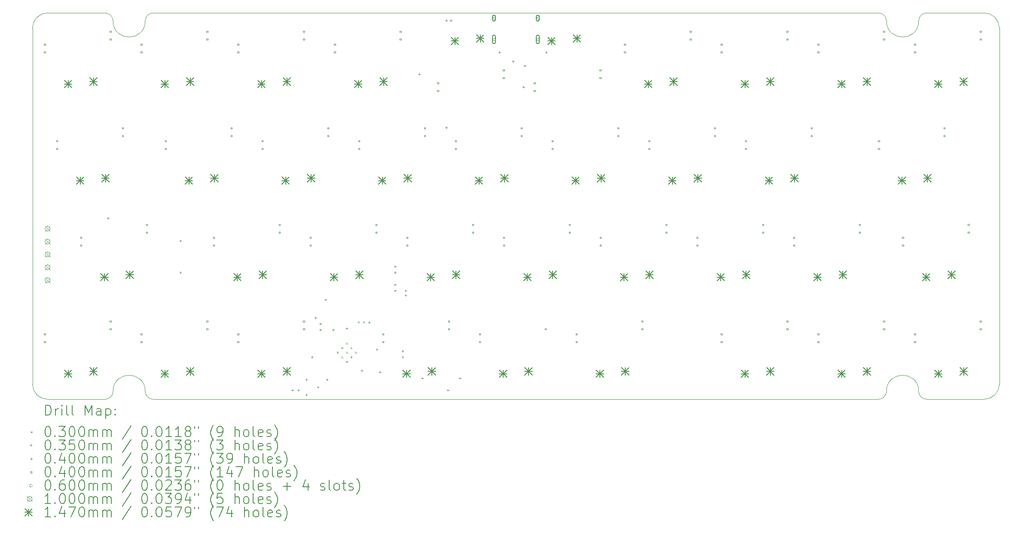
<source format=gbr>
%TF.GenerationSoftware,KiCad,Pcbnew,7.0.6*%
%TF.CreationDate,2023-08-01T10:10:29-04:00*%
%TF.ProjectId,good-delivery,676f6f64-2d64-4656-9c69-766572792e6b,rev?*%
%TF.SameCoordinates,PX2d6b3a0PY7e9ae4e*%
%TF.FileFunction,Drillmap*%
%TF.FilePolarity,Positive*%
%FSLAX45Y45*%
G04 Gerber Fmt 4.5, Leading zero omitted, Abs format (unit mm)*
G04 Created by KiCad (PCBNEW 7.0.6) date 2023-08-01 10:10:29*
%MOMM*%
%LPD*%
G01*
G04 APERTURE LIST*
%ADD10C,0.100000*%
%ADD11C,0.200000*%
%ADD12C,0.030000*%
%ADD13C,0.035000*%
%ADD14C,0.040000*%
%ADD15C,0.060000*%
%ADD16C,0.147000*%
G04 APERTURE END LIST*
D10*
X-8Y297679D02*
X-8Y7322372D01*
X17619488Y7620029D02*
X18752352Y7620029D01*
X17619488Y7620022D02*
G75*
G03*
X17461488Y7462002I10J-158010D01*
G01*
X18752391Y-8D02*
G75*
G03*
X19050048Y297657I-3J297660D01*
G01*
X19050008Y7322372D02*
X19050008Y297679D01*
X2379488Y7620022D02*
G75*
G03*
X2221488Y7462002I10J-158010D01*
G01*
X2379488Y0D02*
X16669488Y0D01*
X17461488Y157502D02*
G75*
G03*
X16827488Y157502I-317000J0D01*
G01*
X17619488Y0D02*
X18752391Y0D01*
X297657Y7620020D02*
G75*
G03*
X0Y7322362I1J-297658D01*
G01*
X16827488Y7462002D02*
G75*
G03*
X17461488Y7462002I317000J0D01*
G01*
X17461486Y157502D02*
G75*
G03*
X17619488Y0I157752J250D01*
G01*
X2379488Y7620019D02*
X16669488Y7620019D01*
X19050045Y7322362D02*
G75*
G03*
X18752391Y7620019I-297657J0D01*
G01*
X16827485Y7462002D02*
G75*
G03*
X16669488Y7620019I-158007J10D01*
G01*
X6Y297657D02*
G75*
G03*
X297657Y0I297652J-5D01*
G01*
X1428743Y22D02*
X297649Y22D01*
X2221486Y157502D02*
G75*
G03*
X2379488Y0I157752J250D01*
G01*
X1587488Y7462002D02*
G75*
G03*
X2221488Y7462002I317000J0D01*
G01*
X1587485Y7462002D02*
G75*
G03*
X1429488Y7620019I-158007J10D01*
G01*
X16669488Y2D02*
G75*
G03*
X16827488Y157502I250J157750D01*
G01*
X2221488Y157502D02*
G75*
G03*
X1587488Y157502I-317000J0D01*
G01*
X1429488Y2D02*
G75*
G03*
X1587488Y157502I250J157750D01*
G01*
X297649Y7620029D02*
X1428743Y7620029D01*
D11*
D12*
X5995953Y937737D02*
X6025953Y907737D01*
X6025953Y937737D02*
X5995953Y907737D01*
X6086109Y1027893D02*
X6116109Y997893D01*
X6116109Y1027893D02*
X6086109Y997893D01*
X6086109Y847581D02*
X6116109Y817581D01*
X6116109Y847581D02*
X6086109Y817581D01*
X6176266Y1118049D02*
X6206266Y1088049D01*
X6206266Y1118049D02*
X6176266Y1088049D01*
X6176266Y937737D02*
X6206266Y907737D01*
X6206266Y937737D02*
X6176266Y907737D01*
X6176266Y757424D02*
X6206266Y727424D01*
X6206266Y757424D02*
X6176266Y727424D01*
X6266422Y1027893D02*
X6296422Y997893D01*
X6296422Y1027893D02*
X6266422Y997893D01*
X6266422Y847581D02*
X6296422Y817581D01*
X6296422Y847581D02*
X6266422Y817581D01*
X6356578Y937737D02*
X6386578Y907737D01*
X6386578Y937737D02*
X6356578Y907737D01*
D13*
X6446891Y1515051D02*
G75*
G03*
X6446891Y1515051I-17500J0D01*
G01*
X6551071Y1515051D02*
G75*
G03*
X6551071Y1515051I-17500J0D01*
G01*
X6655251Y1515051D02*
G75*
G03*
X6655251Y1515051I-17500J0D01*
G01*
D14*
X1488285Y3591884D02*
X1488285Y3551884D01*
X1468285Y3571884D02*
X1508285Y3571884D01*
X2917039Y3145398D02*
X2917039Y3105398D01*
X2897039Y3125398D02*
X2937039Y3125398D01*
X2917039Y2520319D02*
X2917039Y2480319D01*
X2897039Y2500319D02*
X2937039Y2500319D01*
X5119700Y198594D02*
X5119700Y158594D01*
X5099700Y178594D02*
X5139700Y178594D01*
X5238763Y198594D02*
X5238763Y158594D01*
X5218763Y178594D02*
X5258763Y178594D01*
X5397488Y406954D02*
X5397488Y366954D01*
X5377488Y386954D02*
X5417488Y386954D01*
X5398002Y109297D02*
X5398002Y69297D01*
X5378002Y89297D02*
X5418002Y89297D01*
X5506655Y853440D02*
X5506655Y813440D01*
X5486655Y833440D02*
X5526655Y833440D01*
X5577717Y1627348D02*
X5577717Y1587348D01*
X5557717Y1607348D02*
X5597717Y1607348D01*
X5625717Y258126D02*
X5625717Y218126D01*
X5605717Y238126D02*
X5645717Y238126D01*
X5673717Y1508285D02*
X5673717Y1468285D01*
X5653717Y1488285D02*
X5693717Y1488285D01*
X5673717Y1389222D02*
X5673717Y1349222D01*
X5653717Y1369222D02*
X5693717Y1369222D01*
X5774546Y1984536D02*
X5774546Y1944536D01*
X5754546Y1964536D02*
X5794546Y1964536D01*
X5804311Y406954D02*
X5804311Y366954D01*
X5784311Y386954D02*
X5824311Y386954D01*
X5923374Y1389222D02*
X5923374Y1349222D01*
X5903374Y1369222D02*
X5943374Y1369222D01*
X6191266Y1418988D02*
X6191266Y1378988D01*
X6171266Y1398988D02*
X6211266Y1398988D01*
X6488923Y585548D02*
X6488923Y545548D01*
X6468923Y565548D02*
X6508923Y565548D01*
X6786580Y1002268D02*
X6786580Y962268D01*
X6766580Y982268D02*
X6806580Y982268D01*
X6846111Y555783D02*
X6846111Y515783D01*
X6826111Y535783D02*
X6866111Y535783D01*
X7143768Y2639382D02*
X7143768Y2599382D01*
X7123768Y2619382D02*
X7163768Y2619382D01*
X7143768Y2520319D02*
X7143768Y2480319D01*
X7123768Y2500319D02*
X7163768Y2500319D01*
X7143768Y2282193D02*
X7143768Y2242193D01*
X7123768Y2262193D02*
X7163768Y2262193D01*
X7143768Y2163130D02*
X7143768Y2123130D01*
X7123768Y2143130D02*
X7163768Y2143130D01*
X7292596Y972502D02*
X7292596Y932502D01*
X7272596Y952502D02*
X7312596Y952502D01*
X7292596Y853440D02*
X7292596Y813440D01*
X7272596Y833440D02*
X7312596Y833440D01*
X7352128Y2163130D02*
X7352128Y2123130D01*
X7332128Y2143130D02*
X7372128Y2143130D01*
X7352128Y2073833D02*
X7352128Y2033833D01*
X7332128Y2053833D02*
X7372128Y2053833D01*
X7620019Y6432526D02*
X7620019Y6392526D01*
X7600019Y6412526D02*
X7640019Y6412526D01*
X7679551Y436720D02*
X7679551Y396720D01*
X7659551Y416720D02*
X7699551Y416720D01*
X8155802Y7491191D02*
X8155802Y7451191D01*
X8135802Y7471191D02*
X8175802Y7471191D01*
X8155802Y5377826D02*
X8155802Y5337826D01*
X8135802Y5357826D02*
X8175802Y5357826D01*
X8185567Y198594D02*
X8185567Y158594D01*
X8165567Y178594D02*
X8205567Y178594D01*
X8245099Y7491191D02*
X8245099Y7451191D01*
X8225099Y7471191D02*
X8265099Y7471191D01*
X8423693Y436720D02*
X8423693Y396720D01*
X8403693Y416720D02*
X8443693Y416720D01*
X9200024Y6866111D02*
X9200024Y6826111D01*
X9180024Y6846111D02*
X9220024Y6846111D01*
X9465493Y6687517D02*
X9465493Y6647517D01*
X9445493Y6667517D02*
X9485493Y6667517D01*
X9673853Y6179517D02*
X9673853Y6139517D01*
X9653853Y6159517D02*
X9693853Y6159517D01*
X9700024Y6598220D02*
X9700024Y6558220D01*
X9680024Y6578220D02*
X9720024Y6578220D01*
X10120338Y6866111D02*
X10120338Y6826111D01*
X10100338Y6846111D02*
X10140338Y6846111D01*
X255445Y6983574D02*
X255445Y7011859D01*
X227160Y7011859D01*
X227160Y6983574D01*
X255445Y6983574D01*
X255445Y6831174D02*
X255445Y6859459D01*
X227160Y6859459D01*
X227160Y6831174D01*
X255445Y6831174D01*
X255445Y1268575D02*
X255445Y1296859D01*
X227160Y1296859D01*
X227160Y1268575D01*
X255445Y1268575D01*
X255445Y1116175D02*
X255445Y1144459D01*
X227160Y1144459D01*
X227160Y1116175D01*
X255445Y1116175D01*
X493570Y5078575D02*
X493570Y5106859D01*
X465285Y5106859D01*
X465285Y5078575D01*
X493570Y5078575D01*
X493570Y4926175D02*
X493570Y4954459D01*
X465285Y4954459D01*
X465285Y4926175D01*
X493570Y4926175D01*
X972520Y3173574D02*
X972520Y3201859D01*
X944235Y3201859D01*
X944235Y3173574D01*
X972520Y3173574D01*
X972520Y3021174D02*
X972520Y3049459D01*
X944235Y3049459D01*
X944235Y3021174D01*
X972520Y3021174D01*
X1550845Y7237574D02*
X1550845Y7265859D01*
X1522560Y7265859D01*
X1522560Y7237574D01*
X1550845Y7237574D01*
X1550845Y7085174D02*
X1550845Y7113459D01*
X1522560Y7113459D01*
X1522560Y7085174D01*
X1550845Y7085174D01*
X1550845Y1522574D02*
X1550845Y1550859D01*
X1522560Y1550859D01*
X1522560Y1522574D01*
X1550845Y1522574D01*
X1550845Y1370175D02*
X1550845Y1398459D01*
X1522560Y1398459D01*
X1522560Y1370175D01*
X1550845Y1370175D01*
X1788970Y5332575D02*
X1788970Y5360859D01*
X1760685Y5360859D01*
X1760685Y5332575D01*
X1788970Y5332575D01*
X1788970Y5180175D02*
X1788970Y5208459D01*
X1760685Y5208459D01*
X1760685Y5180175D01*
X1788970Y5180175D01*
X2160445Y6983574D02*
X2160445Y7011859D01*
X2132160Y7011859D01*
X2132160Y6983574D01*
X2160445Y6983574D01*
X2160445Y6831174D02*
X2160445Y6859459D01*
X2132160Y6859459D01*
X2132160Y6831174D01*
X2160445Y6831174D01*
X2160445Y1268575D02*
X2160445Y1296859D01*
X2132160Y1296859D01*
X2132160Y1268575D01*
X2160445Y1268575D01*
X2160445Y1116175D02*
X2160445Y1144459D01*
X2132160Y1144459D01*
X2132160Y1116175D01*
X2160445Y1116175D01*
X2265220Y3427574D02*
X2265220Y3455859D01*
X2236935Y3455859D01*
X2236935Y3427574D01*
X2265220Y3427574D01*
X2265220Y3275174D02*
X2265220Y3303459D01*
X2236935Y3303459D01*
X2236935Y3275174D01*
X2265220Y3275174D01*
X2636695Y5078575D02*
X2636695Y5106859D01*
X2608410Y5106859D01*
X2608410Y5078575D01*
X2636695Y5078575D01*
X2636695Y4926175D02*
X2636695Y4954459D01*
X2608410Y4954459D01*
X2608410Y4926175D01*
X2636695Y4926175D01*
X3455845Y7237574D02*
X3455845Y7265859D01*
X3427560Y7265859D01*
X3427560Y7237574D01*
X3455845Y7237574D01*
X3455845Y7085174D02*
X3455845Y7113459D01*
X3427560Y7113459D01*
X3427560Y7085174D01*
X3455845Y7085174D01*
X3455845Y1522574D02*
X3455845Y1550859D01*
X3427560Y1550859D01*
X3427560Y1522574D01*
X3455845Y1522574D01*
X3455845Y1370175D02*
X3455845Y1398459D01*
X3427560Y1398459D01*
X3427560Y1370175D01*
X3455845Y1370175D01*
X3589195Y3173574D02*
X3589195Y3201859D01*
X3560910Y3201859D01*
X3560910Y3173574D01*
X3589195Y3173574D01*
X3589195Y3021174D02*
X3589195Y3049459D01*
X3560910Y3049459D01*
X3560910Y3021174D01*
X3589195Y3021174D01*
X3932095Y5332575D02*
X3932095Y5360859D01*
X3903810Y5360859D01*
X3903810Y5332575D01*
X3932095Y5332575D01*
X3932095Y5180175D02*
X3932095Y5208459D01*
X3903810Y5208459D01*
X3903810Y5180175D01*
X3932095Y5180175D01*
X4065445Y6983574D02*
X4065445Y7011859D01*
X4037160Y7011859D01*
X4037160Y6983574D01*
X4065445Y6983574D01*
X4065445Y6831174D02*
X4065445Y6859459D01*
X4037160Y6859459D01*
X4037160Y6831174D01*
X4065445Y6831174D01*
X4065445Y1268575D02*
X4065445Y1296859D01*
X4037160Y1296859D01*
X4037160Y1268575D01*
X4065445Y1268575D01*
X4065445Y1116175D02*
X4065445Y1144459D01*
X4037160Y1144459D01*
X4037160Y1116175D01*
X4065445Y1116175D01*
X4541695Y5078575D02*
X4541695Y5106859D01*
X4513410Y5106859D01*
X4513410Y5078575D01*
X4541695Y5078575D01*
X4541695Y4926175D02*
X4541695Y4954459D01*
X4513410Y4954459D01*
X4513410Y4926175D01*
X4541695Y4926175D01*
X4884595Y3427574D02*
X4884595Y3455859D01*
X4856310Y3455859D01*
X4856310Y3427574D01*
X4884595Y3427574D01*
X4884595Y3275174D02*
X4884595Y3303459D01*
X4856310Y3303459D01*
X4856310Y3275174D01*
X4884595Y3275174D01*
X5360845Y7237574D02*
X5360845Y7265859D01*
X5332560Y7265859D01*
X5332560Y7237574D01*
X5360845Y7237574D01*
X5360845Y7085174D02*
X5360845Y7113459D01*
X5332560Y7113459D01*
X5332560Y7085174D01*
X5360845Y7085174D01*
X5360845Y1522574D02*
X5360845Y1550859D01*
X5332560Y1550859D01*
X5332560Y1522574D01*
X5360845Y1522574D01*
X5360845Y1370175D02*
X5360845Y1398459D01*
X5332560Y1398459D01*
X5332560Y1370175D01*
X5360845Y1370175D01*
X5494195Y3173574D02*
X5494195Y3201859D01*
X5465910Y3201859D01*
X5465910Y3173574D01*
X5494195Y3173574D01*
X5494195Y3021174D02*
X5494195Y3049459D01*
X5465910Y3049459D01*
X5465910Y3021174D01*
X5494195Y3021174D01*
X5837095Y5332575D02*
X5837095Y5360859D01*
X5808810Y5360859D01*
X5808810Y5332575D01*
X5837095Y5332575D01*
X5837095Y5180175D02*
X5837095Y5208459D01*
X5808810Y5208459D01*
X5808810Y5180175D01*
X5837095Y5180175D01*
X5970445Y6983574D02*
X5970445Y7011859D01*
X5942160Y7011859D01*
X5942160Y6983574D01*
X5970445Y6983574D01*
X5970445Y6831174D02*
X5970445Y6859459D01*
X5942160Y6859459D01*
X5942160Y6831174D01*
X5970445Y6831174D01*
X6446695Y5078575D02*
X6446695Y5106859D01*
X6418410Y5106859D01*
X6418410Y5078575D01*
X6446695Y5078575D01*
X6446695Y4926175D02*
X6446695Y4954459D01*
X6418410Y4954459D01*
X6418410Y4926175D01*
X6446695Y4926175D01*
X6789595Y3427574D02*
X6789595Y3455859D01*
X6761310Y3455859D01*
X6761310Y3427574D01*
X6789595Y3427574D01*
X6789595Y3275174D02*
X6789595Y3303459D01*
X6761310Y3303459D01*
X6761310Y3275174D01*
X6789595Y3275174D01*
X6922945Y1268575D02*
X6922945Y1296859D01*
X6894660Y1296859D01*
X6894660Y1268575D01*
X6922945Y1268575D01*
X6922945Y1116175D02*
X6922945Y1144459D01*
X6894660Y1144459D01*
X6894660Y1116175D01*
X6922945Y1116175D01*
X7265845Y7237574D02*
X7265845Y7265859D01*
X7237560Y7265859D01*
X7237560Y7237574D01*
X7265845Y7237574D01*
X7265845Y7085174D02*
X7265845Y7113459D01*
X7237560Y7113459D01*
X7237560Y7085174D01*
X7265845Y7085174D01*
X7399195Y3173574D02*
X7399195Y3201859D01*
X7370910Y3201859D01*
X7370910Y3173574D01*
X7399195Y3173574D01*
X7399195Y3021174D02*
X7399195Y3049459D01*
X7370910Y3049459D01*
X7370910Y3021174D01*
X7399195Y3021174D01*
X7742095Y5332575D02*
X7742095Y5360859D01*
X7713810Y5360859D01*
X7713810Y5332575D01*
X7742095Y5332575D01*
X7742095Y5180175D02*
X7742095Y5208459D01*
X7713810Y5208459D01*
X7713810Y5180175D01*
X7742095Y5180175D01*
X8002445Y6221574D02*
X8002445Y6249859D01*
X7974160Y6249859D01*
X7974160Y6221574D01*
X8002445Y6221574D01*
X8002445Y6069174D02*
X8002445Y6097459D01*
X7974160Y6097459D01*
X7974160Y6069174D01*
X8002445Y6069174D01*
X8218345Y1522574D02*
X8218345Y1550859D01*
X8190060Y1550859D01*
X8190060Y1522574D01*
X8218345Y1522574D01*
X8218345Y1370175D02*
X8218345Y1398459D01*
X8190060Y1398459D01*
X8190060Y1370175D01*
X8218345Y1370175D01*
X8351695Y5078575D02*
X8351695Y5106859D01*
X8323410Y5106859D01*
X8323410Y5078575D01*
X8351695Y5078575D01*
X8351695Y4926175D02*
X8351695Y4954459D01*
X8323410Y4954459D01*
X8323410Y4926175D01*
X8351695Y4926175D01*
X8694595Y3427574D02*
X8694595Y3455859D01*
X8666310Y3455859D01*
X8666310Y3427574D01*
X8694595Y3427574D01*
X8694595Y3275174D02*
X8694595Y3303459D01*
X8666310Y3303459D01*
X8666310Y3275174D01*
X8694595Y3275174D01*
X8827966Y1268560D02*
X8827966Y1296845D01*
X8799682Y1296845D01*
X8799682Y1268560D01*
X8827966Y1268560D01*
X8827966Y1116160D02*
X8827966Y1144445D01*
X8799682Y1144445D01*
X8799682Y1116160D01*
X8827966Y1116160D01*
X9297845Y6475574D02*
X9297845Y6503859D01*
X9269560Y6503859D01*
X9269560Y6475574D01*
X9297845Y6475574D01*
X9297845Y6323174D02*
X9297845Y6351459D01*
X9269560Y6351459D01*
X9269560Y6323174D01*
X9297845Y6323174D01*
X9304195Y3173574D02*
X9304195Y3201859D01*
X9275910Y3201859D01*
X9275910Y3173574D01*
X9304195Y3173574D01*
X9304195Y3021174D02*
X9304195Y3049459D01*
X9275910Y3049459D01*
X9275910Y3021174D01*
X9304195Y3021174D01*
X9647095Y5332575D02*
X9647095Y5360859D01*
X9618810Y5360859D01*
X9618810Y5332575D01*
X9647095Y5332575D01*
X9647095Y5180175D02*
X9647095Y5208459D01*
X9618810Y5208459D01*
X9618810Y5180175D01*
X9647095Y5180175D01*
X9907445Y6221574D02*
X9907445Y6249859D01*
X9879160Y6249859D01*
X9879160Y6221574D01*
X9907445Y6221574D01*
X9907445Y6069174D02*
X9907445Y6097459D01*
X9879160Y6097459D01*
X9879160Y6069174D01*
X9907445Y6069174D01*
X10123366Y1370160D02*
X10123366Y1398445D01*
X10095082Y1398445D01*
X10095082Y1370160D01*
X10123366Y1370160D01*
X10256695Y5078575D02*
X10256695Y5106859D01*
X10228410Y5106859D01*
X10228410Y5078575D01*
X10256695Y5078575D01*
X10256695Y4926175D02*
X10256695Y4954459D01*
X10228410Y4954459D01*
X10228410Y4926175D01*
X10256695Y4926175D01*
X10599595Y3427574D02*
X10599595Y3455859D01*
X10571310Y3455859D01*
X10571310Y3427574D01*
X10599595Y3427574D01*
X10599595Y3275174D02*
X10599595Y3303459D01*
X10571310Y3303459D01*
X10571310Y3275174D01*
X10599595Y3275174D01*
X10732945Y1268575D02*
X10732945Y1296859D01*
X10704660Y1296859D01*
X10704660Y1268575D01*
X10732945Y1268575D01*
X10732945Y1116175D02*
X10732945Y1144459D01*
X10704660Y1144459D01*
X10704660Y1116175D01*
X10732945Y1116175D01*
X11202845Y6475574D02*
X11202845Y6503859D01*
X11174560Y6503859D01*
X11174560Y6475574D01*
X11202845Y6475574D01*
X11202845Y6323174D02*
X11202845Y6351459D01*
X11174560Y6351459D01*
X11174560Y6323174D01*
X11202845Y6323174D01*
X11209195Y3173574D02*
X11209195Y3201859D01*
X11180910Y3201859D01*
X11180910Y3173574D01*
X11209195Y3173574D01*
X11209195Y3021174D02*
X11209195Y3049459D01*
X11180910Y3049459D01*
X11180910Y3021174D01*
X11209195Y3021174D01*
X11552095Y5332575D02*
X11552095Y5360859D01*
X11523810Y5360859D01*
X11523810Y5332575D01*
X11552095Y5332575D01*
X11552095Y5180175D02*
X11552095Y5208459D01*
X11523810Y5208459D01*
X11523810Y5180175D01*
X11552095Y5180175D01*
X11685445Y6983574D02*
X11685445Y7011859D01*
X11657160Y7011859D01*
X11657160Y6983574D01*
X11685445Y6983574D01*
X11685445Y6831174D02*
X11685445Y6859459D01*
X11657160Y6859459D01*
X11657160Y6831174D01*
X11685445Y6831174D01*
X12028345Y1522574D02*
X12028345Y1550859D01*
X12000060Y1550859D01*
X12000060Y1522574D01*
X12028345Y1522574D01*
X12028345Y1370175D02*
X12028345Y1398459D01*
X12000060Y1398459D01*
X12000060Y1370175D01*
X12028345Y1370175D01*
X12161695Y5078575D02*
X12161695Y5106859D01*
X12133410Y5106859D01*
X12133410Y5078575D01*
X12161695Y5078575D01*
X12161695Y4926175D02*
X12161695Y4954459D01*
X12133410Y4954459D01*
X12133410Y4926175D01*
X12161695Y4926175D01*
X12504595Y3427574D02*
X12504595Y3455859D01*
X12476310Y3455859D01*
X12476310Y3427574D01*
X12504595Y3427574D01*
X12504595Y3275174D02*
X12504595Y3303459D01*
X12476310Y3303459D01*
X12476310Y3275174D01*
X12504595Y3275174D01*
X12980845Y7237574D02*
X12980845Y7265859D01*
X12952560Y7265859D01*
X12952560Y7237574D01*
X12980845Y7237574D01*
X12980845Y7085174D02*
X12980845Y7113459D01*
X12952560Y7113459D01*
X12952560Y7085174D01*
X12980845Y7085174D01*
X13114195Y3173574D02*
X13114195Y3201859D01*
X13085910Y3201859D01*
X13085910Y3173574D01*
X13114195Y3173574D01*
X13114195Y3021174D02*
X13114195Y3049459D01*
X13085910Y3049459D01*
X13085910Y3021174D01*
X13114195Y3021174D01*
X13457095Y5332575D02*
X13457095Y5360859D01*
X13428810Y5360859D01*
X13428810Y5332575D01*
X13457095Y5332575D01*
X13457095Y5180175D02*
X13457095Y5208459D01*
X13428810Y5208459D01*
X13428810Y5180175D01*
X13457095Y5180175D01*
X13590445Y6983574D02*
X13590445Y7011859D01*
X13562160Y7011859D01*
X13562160Y6983574D01*
X13590445Y6983574D01*
X13590445Y6831174D02*
X13590445Y6859459D01*
X13562160Y6859459D01*
X13562160Y6831174D01*
X13590445Y6831174D01*
X13590445Y1268575D02*
X13590445Y1296859D01*
X13562160Y1296859D01*
X13562160Y1268575D01*
X13590445Y1268575D01*
X13590445Y1116175D02*
X13590445Y1144459D01*
X13562160Y1144459D01*
X13562160Y1116175D01*
X13590445Y1116175D01*
X14066695Y5078575D02*
X14066695Y5106859D01*
X14038410Y5106859D01*
X14038410Y5078575D01*
X14066695Y5078575D01*
X14066695Y4926175D02*
X14066695Y4954459D01*
X14038410Y4954459D01*
X14038410Y4926175D01*
X14066695Y4926175D01*
X14409595Y3427574D02*
X14409595Y3455859D01*
X14381310Y3455859D01*
X14381310Y3427574D01*
X14409595Y3427574D01*
X14409595Y3275174D02*
X14409595Y3303459D01*
X14381310Y3303459D01*
X14381310Y3275174D01*
X14409595Y3275174D01*
X14885845Y7237574D02*
X14885845Y7265859D01*
X14857560Y7265859D01*
X14857560Y7237574D01*
X14885845Y7237574D01*
X14885845Y7085174D02*
X14885845Y7113459D01*
X14857560Y7113459D01*
X14857560Y7085174D01*
X14885845Y7085174D01*
X14885845Y1522574D02*
X14885845Y1550859D01*
X14857560Y1550859D01*
X14857560Y1522574D01*
X14885845Y1522574D01*
X14885845Y1370175D02*
X14885845Y1398459D01*
X14857560Y1398459D01*
X14857560Y1370175D01*
X14885845Y1370175D01*
X15019195Y3173574D02*
X15019195Y3201859D01*
X14990910Y3201859D01*
X14990910Y3173574D01*
X15019195Y3173574D01*
X15019195Y3021174D02*
X15019195Y3049459D01*
X14990910Y3049459D01*
X14990910Y3021174D01*
X15019195Y3021174D01*
X15362095Y5332575D02*
X15362095Y5360859D01*
X15333810Y5360859D01*
X15333810Y5332575D01*
X15362095Y5332575D01*
X15362095Y5180175D02*
X15362095Y5208459D01*
X15333810Y5208459D01*
X15333810Y5180175D01*
X15362095Y5180175D01*
X15495445Y6983574D02*
X15495445Y7011859D01*
X15467160Y7011859D01*
X15467160Y6983574D01*
X15495445Y6983574D01*
X15495445Y6831174D02*
X15495445Y6859459D01*
X15467160Y6859459D01*
X15467160Y6831174D01*
X15495445Y6831174D01*
X15495445Y1268575D02*
X15495445Y1296859D01*
X15467160Y1296859D01*
X15467160Y1268575D01*
X15495445Y1268575D01*
X15495445Y1116175D02*
X15495445Y1144459D01*
X15467160Y1144459D01*
X15467160Y1116175D01*
X15495445Y1116175D01*
X16314595Y3427574D02*
X16314595Y3455859D01*
X16286310Y3455859D01*
X16286310Y3427574D01*
X16314595Y3427574D01*
X16314595Y3275174D02*
X16314595Y3303459D01*
X16286310Y3303459D01*
X16286310Y3275174D01*
X16314595Y3275174D01*
X16688770Y5078575D02*
X16688770Y5106859D01*
X16660485Y5106859D01*
X16660485Y5078575D01*
X16688770Y5078575D01*
X16688770Y4926175D02*
X16688770Y4954459D01*
X16660485Y4954459D01*
X16660485Y4926175D01*
X16688770Y4926175D01*
X16790845Y7237574D02*
X16790845Y7265859D01*
X16762560Y7265859D01*
X16762560Y7237574D01*
X16790845Y7237574D01*
X16790845Y7085174D02*
X16790845Y7113459D01*
X16762560Y7113459D01*
X16762560Y7085174D01*
X16790845Y7085174D01*
X16790845Y1522574D02*
X16790845Y1550859D01*
X16762560Y1550859D01*
X16762560Y1522574D01*
X16790845Y1522574D01*
X16790845Y1370175D02*
X16790845Y1398459D01*
X16762560Y1398459D01*
X16762560Y1370175D01*
X16790845Y1370175D01*
X17162320Y3173574D02*
X17162320Y3201859D01*
X17134035Y3201859D01*
X17134035Y3173574D01*
X17162320Y3173574D01*
X17162320Y3021174D02*
X17162320Y3049459D01*
X17134035Y3049459D01*
X17134035Y3021174D01*
X17162320Y3021174D01*
X17400445Y6983574D02*
X17400445Y7011859D01*
X17372160Y7011859D01*
X17372160Y6983574D01*
X17400445Y6983574D01*
X17400445Y6831174D02*
X17400445Y6859459D01*
X17372160Y6859459D01*
X17372160Y6831174D01*
X17400445Y6831174D01*
X17400445Y1268575D02*
X17400445Y1296859D01*
X17372160Y1296859D01*
X17372160Y1268575D01*
X17400445Y1268575D01*
X17400445Y1116175D02*
X17400445Y1144459D01*
X17372160Y1144459D01*
X17372160Y1116175D01*
X17400445Y1116175D01*
X17981470Y5332575D02*
X17981470Y5360859D01*
X17953185Y5360859D01*
X17953185Y5332575D01*
X17981470Y5332575D01*
X17981470Y5180175D02*
X17981470Y5208459D01*
X17953185Y5208459D01*
X17953185Y5180175D01*
X17981470Y5180175D01*
X18457720Y3427574D02*
X18457720Y3455859D01*
X18429435Y3455859D01*
X18429435Y3427574D01*
X18457720Y3427574D01*
X18457720Y3275174D02*
X18457720Y3303459D01*
X18429435Y3303459D01*
X18429435Y3275174D01*
X18457720Y3275174D01*
X18695845Y7237574D02*
X18695845Y7265859D01*
X18667560Y7265859D01*
X18667560Y7237574D01*
X18695845Y7237574D01*
X18695845Y7085174D02*
X18695845Y7113459D01*
X18667560Y7113459D01*
X18667560Y7085174D01*
X18695845Y7085174D01*
X18695845Y1522574D02*
X18695845Y1550859D01*
X18667560Y1550859D01*
X18667560Y1522574D01*
X18695845Y1522574D01*
X18695845Y1370175D02*
X18695845Y1398459D01*
X18667560Y1398459D01*
X18667560Y1370175D01*
X18695845Y1370175D01*
D15*
X9093024Y7486659D02*
X9123024Y7516659D01*
X9093024Y7546659D01*
X9063024Y7516659D01*
X9093024Y7486659D01*
D11*
X9063024Y7546659D02*
X9063024Y7486659D01*
X9063024Y7486659D02*
G75*
G03*
X9123024Y7486659I30000J0D01*
G01*
X9123024Y7486659D02*
X9123024Y7546659D01*
X9123024Y7546659D02*
G75*
G03*
X9063024Y7546659I-30000J0D01*
G01*
D15*
X9093024Y7068659D02*
X9123024Y7098659D01*
X9093024Y7128659D01*
X9063024Y7098659D01*
X9093024Y7068659D01*
D11*
X9063024Y7153659D02*
X9063024Y7043659D01*
X9063024Y7043659D02*
G75*
G03*
X9123024Y7043659I30000J0D01*
G01*
X9123024Y7043659D02*
X9123024Y7153659D01*
X9123024Y7153659D02*
G75*
G03*
X9063024Y7153659I-30000J0D01*
G01*
D15*
X9957024Y7486659D02*
X9987024Y7516659D01*
X9957024Y7546659D01*
X9927024Y7516659D01*
X9957024Y7486659D01*
D11*
X9927024Y7546659D02*
X9927024Y7486659D01*
X9927024Y7486659D02*
G75*
G03*
X9987024Y7486659I30000J0D01*
G01*
X9987024Y7486659D02*
X9987024Y7546659D01*
X9987024Y7546659D02*
G75*
G03*
X9927024Y7546659I-30000J0D01*
G01*
D15*
X9957024Y7068659D02*
X9987024Y7098659D01*
X9957024Y7128659D01*
X9927024Y7098659D01*
X9957024Y7068659D01*
D11*
X9927024Y7153659D02*
X9927024Y7043659D01*
X9927024Y7043659D02*
G75*
G03*
X9987024Y7043659I30000J0D01*
G01*
X9987024Y7043659D02*
X9987024Y7153659D01*
X9987024Y7153659D02*
G75*
G03*
X9927024Y7153659I-30000J0D01*
G01*
D10*
X247657Y3415007D02*
X347657Y3315007D01*
X347657Y3415007D02*
X247657Y3315007D01*
X347657Y3365007D02*
G75*
G03*
X347657Y3365007I-50000J0D01*
G01*
X247657Y3161007D02*
X347657Y3061007D01*
X347657Y3161007D02*
X247657Y3061007D01*
X347657Y3111007D02*
G75*
G03*
X347657Y3111007I-50000J0D01*
G01*
X247657Y2907007D02*
X347657Y2807007D01*
X347657Y2907007D02*
X247657Y2807007D01*
X347657Y2857007D02*
G75*
G03*
X347657Y2857007I-50000J0D01*
G01*
X247657Y2653007D02*
X347657Y2553007D01*
X347657Y2653007D02*
X247657Y2553007D01*
X347657Y2603007D02*
G75*
G03*
X347657Y2603007I-50000J0D01*
G01*
X247657Y2399007D02*
X347657Y2299007D01*
X347657Y2399007D02*
X247657Y2299007D01*
X347657Y2349007D02*
G75*
G03*
X347657Y2349007I-50000J0D01*
G01*
D16*
X629002Y6291017D02*
X776002Y6144017D01*
X776002Y6291017D02*
X629002Y6144017D01*
X702502Y6291017D02*
X702502Y6144017D01*
X629002Y6217517D02*
X776002Y6217517D01*
X629002Y576017D02*
X776002Y429017D01*
X776002Y576017D02*
X629002Y429017D01*
X702502Y576017D02*
X702502Y429017D01*
X629002Y502517D02*
X776002Y502517D01*
X867127Y4386017D02*
X1014127Y4239017D01*
X1014127Y4386017D02*
X867127Y4239017D01*
X940627Y4386017D02*
X940627Y4239017D01*
X867127Y4312517D02*
X1014127Y4312517D01*
X1129002Y6341017D02*
X1276002Y6194017D01*
X1276002Y6341017D02*
X1129002Y6194017D01*
X1202502Y6341017D02*
X1202502Y6194017D01*
X1129002Y6267517D02*
X1276002Y6267517D01*
X1129002Y626017D02*
X1276002Y479017D01*
X1276002Y626017D02*
X1129002Y479017D01*
X1202502Y626017D02*
X1202502Y479017D01*
X1129002Y552517D02*
X1276002Y552517D01*
X1343377Y2481017D02*
X1490377Y2334017D01*
X1490377Y2481017D02*
X1343377Y2334017D01*
X1416877Y2481017D02*
X1416877Y2334017D01*
X1343377Y2407517D02*
X1490377Y2407517D01*
X1367127Y4436017D02*
X1514127Y4289017D01*
X1514127Y4436017D02*
X1367127Y4289017D01*
X1440627Y4436017D02*
X1440627Y4289017D01*
X1367127Y4362517D02*
X1514127Y4362517D01*
X1843377Y2531017D02*
X1990377Y2384017D01*
X1990377Y2531017D02*
X1843377Y2384017D01*
X1916877Y2531017D02*
X1916877Y2384017D01*
X1843377Y2457517D02*
X1990377Y2457517D01*
X2534002Y6291017D02*
X2681002Y6144017D01*
X2681002Y6291017D02*
X2534002Y6144017D01*
X2607502Y6291017D02*
X2607502Y6144017D01*
X2534002Y6217517D02*
X2681002Y6217517D01*
X2534002Y576017D02*
X2681002Y429017D01*
X2681002Y576017D02*
X2534002Y429017D01*
X2607502Y576017D02*
X2607502Y429017D01*
X2534002Y502517D02*
X2681002Y502517D01*
X3010252Y4386017D02*
X3157252Y4239017D01*
X3157252Y4386017D02*
X3010252Y4239017D01*
X3083752Y4386017D02*
X3083752Y4239017D01*
X3010252Y4312517D02*
X3157252Y4312517D01*
X3034002Y6341017D02*
X3181002Y6194017D01*
X3181002Y6341017D02*
X3034002Y6194017D01*
X3107502Y6341017D02*
X3107502Y6194017D01*
X3034002Y6267517D02*
X3181002Y6267517D01*
X3034002Y626017D02*
X3181002Y479017D01*
X3181002Y626017D02*
X3034002Y479017D01*
X3107502Y626017D02*
X3107502Y479017D01*
X3034002Y552517D02*
X3181002Y552517D01*
X3510252Y4436017D02*
X3657252Y4289017D01*
X3657252Y4436017D02*
X3510252Y4289017D01*
X3583752Y4436017D02*
X3583752Y4289017D01*
X3510252Y4362517D02*
X3657252Y4362517D01*
X3962752Y2481017D02*
X4109752Y2334017D01*
X4109752Y2481017D02*
X3962752Y2334017D01*
X4036252Y2481017D02*
X4036252Y2334017D01*
X3962752Y2407517D02*
X4109752Y2407517D01*
X4439002Y6291017D02*
X4586002Y6144017D01*
X4586002Y6291017D02*
X4439002Y6144017D01*
X4512502Y6291017D02*
X4512502Y6144017D01*
X4439002Y6217517D02*
X4586002Y6217517D01*
X4439002Y576017D02*
X4586002Y429017D01*
X4586002Y576017D02*
X4439002Y429017D01*
X4512502Y576017D02*
X4512502Y429017D01*
X4439002Y502517D02*
X4586002Y502517D01*
X4462752Y2531017D02*
X4609752Y2384017D01*
X4609752Y2531017D02*
X4462752Y2384017D01*
X4536252Y2531017D02*
X4536252Y2384017D01*
X4462752Y2457517D02*
X4609752Y2457517D01*
X4915252Y4386017D02*
X5062252Y4239017D01*
X5062252Y4386017D02*
X4915252Y4239017D01*
X4988752Y4386017D02*
X4988752Y4239017D01*
X4915252Y4312517D02*
X5062252Y4312517D01*
X4939002Y6341017D02*
X5086002Y6194017D01*
X5086002Y6341017D02*
X4939002Y6194017D01*
X5012502Y6341017D02*
X5012502Y6194017D01*
X4939002Y6267517D02*
X5086002Y6267517D01*
X4939002Y626017D02*
X5086002Y479017D01*
X5086002Y626017D02*
X4939002Y479017D01*
X5012502Y626017D02*
X5012502Y479017D01*
X4939002Y552517D02*
X5086002Y552517D01*
X5415252Y4436017D02*
X5562252Y4289017D01*
X5562252Y4436017D02*
X5415252Y4289017D01*
X5488752Y4436017D02*
X5488752Y4289017D01*
X5415252Y4362517D02*
X5562252Y4362517D01*
X5867752Y2481017D02*
X6014752Y2334017D01*
X6014752Y2481017D02*
X5867752Y2334017D01*
X5941252Y2481017D02*
X5941252Y2334017D01*
X5867752Y2407517D02*
X6014752Y2407517D01*
X6344002Y6291017D02*
X6491002Y6144017D01*
X6491002Y6291017D02*
X6344002Y6144017D01*
X6417502Y6291017D02*
X6417502Y6144017D01*
X6344002Y6217517D02*
X6491002Y6217517D01*
X6367752Y2531017D02*
X6514752Y2384017D01*
X6514752Y2531017D02*
X6367752Y2384017D01*
X6441252Y2531017D02*
X6441252Y2384017D01*
X6367752Y2457517D02*
X6514752Y2457517D01*
X6820252Y4386017D02*
X6967252Y4239017D01*
X6967252Y4386017D02*
X6820252Y4239017D01*
X6893752Y4386017D02*
X6893752Y4239017D01*
X6820252Y4312517D02*
X6967252Y4312517D01*
X6844002Y6341017D02*
X6991002Y6194017D01*
X6991002Y6341017D02*
X6844002Y6194017D01*
X6917502Y6341017D02*
X6917502Y6194017D01*
X6844002Y6267517D02*
X6991002Y6267517D01*
X7296502Y576017D02*
X7443502Y429017D01*
X7443502Y576017D02*
X7296502Y429017D01*
X7370002Y576017D02*
X7370002Y429017D01*
X7296502Y502517D02*
X7443502Y502517D01*
X7320252Y4436017D02*
X7467252Y4289017D01*
X7467252Y4436017D02*
X7320252Y4289017D01*
X7393752Y4436017D02*
X7393752Y4289017D01*
X7320252Y4362517D02*
X7467252Y4362517D01*
X7772752Y2481017D02*
X7919752Y2334017D01*
X7919752Y2481017D02*
X7772752Y2334017D01*
X7846252Y2481017D02*
X7846252Y2334017D01*
X7772752Y2407517D02*
X7919752Y2407517D01*
X7796502Y626017D02*
X7943502Y479017D01*
X7943502Y626017D02*
X7796502Y479017D01*
X7870002Y626017D02*
X7870002Y479017D01*
X7796502Y552517D02*
X7943502Y552517D01*
X8249002Y7141017D02*
X8396002Y6994017D01*
X8396002Y7141017D02*
X8249002Y6994017D01*
X8322502Y7141017D02*
X8322502Y6994017D01*
X8249002Y7067517D02*
X8396002Y7067517D01*
X8272752Y2531017D02*
X8419752Y2384017D01*
X8419752Y2531017D02*
X8272752Y2384017D01*
X8346252Y2531017D02*
X8346252Y2384017D01*
X8272752Y2457517D02*
X8419752Y2457517D01*
X8725252Y4386017D02*
X8872252Y4239017D01*
X8872252Y4386017D02*
X8725252Y4239017D01*
X8798752Y4386017D02*
X8798752Y4239017D01*
X8725252Y4312517D02*
X8872252Y4312517D01*
X8749002Y7191017D02*
X8896002Y7044017D01*
X8896002Y7191017D02*
X8749002Y7044017D01*
X8822502Y7191017D02*
X8822502Y7044017D01*
X8749002Y7117517D02*
X8896002Y7117517D01*
X9201524Y576002D02*
X9348524Y429002D01*
X9348524Y576002D02*
X9201524Y429002D01*
X9275024Y576002D02*
X9275024Y429002D01*
X9201524Y502502D02*
X9348524Y502502D01*
X9225252Y4436017D02*
X9372252Y4289017D01*
X9372252Y4436017D02*
X9225252Y4289017D01*
X9298752Y4436017D02*
X9298752Y4289017D01*
X9225252Y4362517D02*
X9372252Y4362517D01*
X9677752Y2481017D02*
X9824752Y2334017D01*
X9824752Y2481017D02*
X9677752Y2334017D01*
X9751252Y2481017D02*
X9751252Y2334017D01*
X9677752Y2407517D02*
X9824752Y2407517D01*
X9701524Y626002D02*
X9848524Y479002D01*
X9848524Y626002D02*
X9701524Y479002D01*
X9775024Y626002D02*
X9775024Y479002D01*
X9701524Y552502D02*
X9848524Y552502D01*
X10154002Y7141017D02*
X10301002Y6994017D01*
X10301002Y7141017D02*
X10154002Y6994017D01*
X10227502Y7141017D02*
X10227502Y6994017D01*
X10154002Y7067517D02*
X10301002Y7067517D01*
X10177752Y2531017D02*
X10324752Y2384017D01*
X10324752Y2531017D02*
X10177752Y2384017D01*
X10251252Y2531017D02*
X10251252Y2384017D01*
X10177752Y2457517D02*
X10324752Y2457517D01*
X10630252Y4386017D02*
X10777252Y4239017D01*
X10777252Y4386017D02*
X10630252Y4239017D01*
X10703752Y4386017D02*
X10703752Y4239017D01*
X10630252Y4312517D02*
X10777252Y4312517D01*
X10654002Y7191017D02*
X10801002Y7044017D01*
X10801002Y7191017D02*
X10654002Y7044017D01*
X10727502Y7191017D02*
X10727502Y7044017D01*
X10654002Y7117517D02*
X10801002Y7117517D01*
X11106502Y576017D02*
X11253502Y429017D01*
X11253502Y576017D02*
X11106502Y429017D01*
X11180002Y576017D02*
X11180002Y429017D01*
X11106502Y502517D02*
X11253502Y502517D01*
X11130252Y4436017D02*
X11277252Y4289017D01*
X11277252Y4436017D02*
X11130252Y4289017D01*
X11203752Y4436017D02*
X11203752Y4289017D01*
X11130252Y4362517D02*
X11277252Y4362517D01*
X11582752Y2481017D02*
X11729752Y2334017D01*
X11729752Y2481017D02*
X11582752Y2334017D01*
X11656252Y2481017D02*
X11656252Y2334017D01*
X11582752Y2407517D02*
X11729752Y2407517D01*
X11606502Y626017D02*
X11753502Y479017D01*
X11753502Y626017D02*
X11606502Y479017D01*
X11680002Y626017D02*
X11680002Y479017D01*
X11606502Y552517D02*
X11753502Y552517D01*
X12059002Y6291017D02*
X12206002Y6144017D01*
X12206002Y6291017D02*
X12059002Y6144017D01*
X12132502Y6291017D02*
X12132502Y6144017D01*
X12059002Y6217517D02*
X12206002Y6217517D01*
X12082752Y2531017D02*
X12229752Y2384017D01*
X12229752Y2531017D02*
X12082752Y2384017D01*
X12156252Y2531017D02*
X12156252Y2384017D01*
X12082752Y2457517D02*
X12229752Y2457517D01*
X12535252Y4386017D02*
X12682252Y4239017D01*
X12682252Y4386017D02*
X12535252Y4239017D01*
X12608752Y4386017D02*
X12608752Y4239017D01*
X12535252Y4312517D02*
X12682252Y4312517D01*
X12559002Y6341017D02*
X12706002Y6194017D01*
X12706002Y6341017D02*
X12559002Y6194017D01*
X12632502Y6341017D02*
X12632502Y6194017D01*
X12559002Y6267517D02*
X12706002Y6267517D01*
X13035252Y4436017D02*
X13182252Y4289017D01*
X13182252Y4436017D02*
X13035252Y4289017D01*
X13108752Y4436017D02*
X13108752Y4289017D01*
X13035252Y4362517D02*
X13182252Y4362517D01*
X13487752Y2481017D02*
X13634752Y2334017D01*
X13634752Y2481017D02*
X13487752Y2334017D01*
X13561252Y2481017D02*
X13561252Y2334017D01*
X13487752Y2407517D02*
X13634752Y2407517D01*
X13964002Y6291017D02*
X14111002Y6144017D01*
X14111002Y6291017D02*
X13964002Y6144017D01*
X14037502Y6291017D02*
X14037502Y6144017D01*
X13964002Y6217517D02*
X14111002Y6217517D01*
X13964002Y576017D02*
X14111002Y429017D01*
X14111002Y576017D02*
X13964002Y429017D01*
X14037502Y576017D02*
X14037502Y429017D01*
X13964002Y502517D02*
X14111002Y502517D01*
X13987752Y2531017D02*
X14134752Y2384017D01*
X14134752Y2531017D02*
X13987752Y2384017D01*
X14061252Y2531017D02*
X14061252Y2384017D01*
X13987752Y2457517D02*
X14134752Y2457517D01*
X14440252Y4386017D02*
X14587252Y4239017D01*
X14587252Y4386017D02*
X14440252Y4239017D01*
X14513752Y4386017D02*
X14513752Y4239017D01*
X14440252Y4312517D02*
X14587252Y4312517D01*
X14464002Y6341017D02*
X14611002Y6194017D01*
X14611002Y6341017D02*
X14464002Y6194017D01*
X14537502Y6341017D02*
X14537502Y6194017D01*
X14464002Y6267517D02*
X14611002Y6267517D01*
X14464002Y626017D02*
X14611002Y479017D01*
X14611002Y626017D02*
X14464002Y479017D01*
X14537502Y626017D02*
X14537502Y479017D01*
X14464002Y552517D02*
X14611002Y552517D01*
X14940252Y4436017D02*
X15087252Y4289017D01*
X15087252Y4436017D02*
X14940252Y4289017D01*
X15013752Y4436017D02*
X15013752Y4289017D01*
X14940252Y4362517D02*
X15087252Y4362517D01*
X15392752Y2481017D02*
X15539752Y2334017D01*
X15539752Y2481017D02*
X15392752Y2334017D01*
X15466252Y2481017D02*
X15466252Y2334017D01*
X15392752Y2407517D02*
X15539752Y2407517D01*
X15869002Y6291017D02*
X16016002Y6144017D01*
X16016002Y6291017D02*
X15869002Y6144017D01*
X15942502Y6291017D02*
X15942502Y6144017D01*
X15869002Y6217517D02*
X16016002Y6217517D01*
X15869002Y576017D02*
X16016002Y429017D01*
X16016002Y576017D02*
X15869002Y429017D01*
X15942502Y576017D02*
X15942502Y429017D01*
X15869002Y502517D02*
X16016002Y502517D01*
X15892752Y2531017D02*
X16039752Y2384017D01*
X16039752Y2531017D02*
X15892752Y2384017D01*
X15966252Y2531017D02*
X15966252Y2384017D01*
X15892752Y2457517D02*
X16039752Y2457517D01*
X16369002Y6341017D02*
X16516002Y6194017D01*
X16516002Y6341017D02*
X16369002Y6194017D01*
X16442502Y6341017D02*
X16442502Y6194017D01*
X16369002Y6267517D02*
X16516002Y6267517D01*
X16369002Y626017D02*
X16516002Y479017D01*
X16516002Y626017D02*
X16369002Y479017D01*
X16442502Y626017D02*
X16442502Y479017D01*
X16369002Y552517D02*
X16516002Y552517D01*
X17059627Y4386017D02*
X17206627Y4239017D01*
X17206627Y4386017D02*
X17059627Y4239017D01*
X17133127Y4386017D02*
X17133127Y4239017D01*
X17059627Y4312517D02*
X17206627Y4312517D01*
X17535877Y2481017D02*
X17682877Y2334017D01*
X17682877Y2481017D02*
X17535877Y2334017D01*
X17609377Y2481017D02*
X17609377Y2334017D01*
X17535877Y2407517D02*
X17682877Y2407517D01*
X17559627Y4436017D02*
X17706627Y4289017D01*
X17706627Y4436017D02*
X17559627Y4289017D01*
X17633127Y4436017D02*
X17633127Y4289017D01*
X17559627Y4362517D02*
X17706627Y4362517D01*
X17774002Y6291017D02*
X17921002Y6144017D01*
X17921002Y6291017D02*
X17774002Y6144017D01*
X17847502Y6291017D02*
X17847502Y6144017D01*
X17774002Y6217517D02*
X17921002Y6217517D01*
X17774002Y576017D02*
X17921002Y429017D01*
X17921002Y576017D02*
X17774002Y429017D01*
X17847502Y576017D02*
X17847502Y429017D01*
X17774002Y502517D02*
X17921002Y502517D01*
X18035877Y2531017D02*
X18182877Y2384017D01*
X18182877Y2531017D02*
X18035877Y2384017D01*
X18109377Y2531017D02*
X18109377Y2384017D01*
X18035877Y2457517D02*
X18182877Y2457517D01*
X18274002Y6341017D02*
X18421002Y6194017D01*
X18421002Y6341017D02*
X18274002Y6194017D01*
X18347502Y6341017D02*
X18347502Y6194017D01*
X18274002Y6267517D02*
X18421002Y6267517D01*
X18274002Y626017D02*
X18421002Y479017D01*
X18421002Y626017D02*
X18274002Y479017D01*
X18347502Y626017D02*
X18347502Y479017D01*
X18274002Y552517D02*
X18421002Y552517D01*
D11*
X255769Y-316484D02*
X255769Y-116484D01*
X255769Y-116484D02*
X303388Y-116484D01*
X303388Y-116484D02*
X331959Y-126008D01*
X331959Y-126008D02*
X351007Y-145055D01*
X351007Y-145055D02*
X360531Y-164103D01*
X360531Y-164103D02*
X370054Y-202198D01*
X370054Y-202198D02*
X370054Y-230770D01*
X370054Y-230770D02*
X360531Y-268865D01*
X360531Y-268865D02*
X351007Y-287913D01*
X351007Y-287913D02*
X331959Y-306960D01*
X331959Y-306960D02*
X303388Y-316484D01*
X303388Y-316484D02*
X255769Y-316484D01*
X455769Y-316484D02*
X455769Y-183151D01*
X455769Y-221246D02*
X465293Y-202198D01*
X465293Y-202198D02*
X474816Y-192674D01*
X474816Y-192674D02*
X493864Y-183151D01*
X493864Y-183151D02*
X512912Y-183151D01*
X579578Y-316484D02*
X579578Y-183151D01*
X579578Y-116484D02*
X570055Y-126008D01*
X570055Y-126008D02*
X579578Y-135532D01*
X579578Y-135532D02*
X589102Y-126008D01*
X589102Y-126008D02*
X579578Y-116484D01*
X579578Y-116484D02*
X579578Y-135532D01*
X703388Y-316484D02*
X684340Y-306960D01*
X684340Y-306960D02*
X674816Y-287913D01*
X674816Y-287913D02*
X674816Y-116484D01*
X808150Y-316484D02*
X789102Y-306960D01*
X789102Y-306960D02*
X779578Y-287913D01*
X779578Y-287913D02*
X779578Y-116484D01*
X1036721Y-316484D02*
X1036721Y-116484D01*
X1036721Y-116484D02*
X1103388Y-259341D01*
X1103388Y-259341D02*
X1170055Y-116484D01*
X1170055Y-116484D02*
X1170055Y-316484D01*
X1351007Y-316484D02*
X1351007Y-211722D01*
X1351007Y-211722D02*
X1341483Y-192674D01*
X1341483Y-192674D02*
X1322436Y-183151D01*
X1322436Y-183151D02*
X1284340Y-183151D01*
X1284340Y-183151D02*
X1265293Y-192674D01*
X1351007Y-306960D02*
X1331959Y-316484D01*
X1331959Y-316484D02*
X1284340Y-316484D01*
X1284340Y-316484D02*
X1265293Y-306960D01*
X1265293Y-306960D02*
X1255769Y-287913D01*
X1255769Y-287913D02*
X1255769Y-268865D01*
X1255769Y-268865D02*
X1265293Y-249817D01*
X1265293Y-249817D02*
X1284340Y-240293D01*
X1284340Y-240293D02*
X1331959Y-240293D01*
X1331959Y-240293D02*
X1351007Y-230770D01*
X1446245Y-183151D02*
X1446245Y-383151D01*
X1446245Y-192674D02*
X1465293Y-183151D01*
X1465293Y-183151D02*
X1503388Y-183151D01*
X1503388Y-183151D02*
X1522435Y-192674D01*
X1522435Y-192674D02*
X1531959Y-202198D01*
X1531959Y-202198D02*
X1541483Y-221246D01*
X1541483Y-221246D02*
X1541483Y-278389D01*
X1541483Y-278389D02*
X1531959Y-297436D01*
X1531959Y-297436D02*
X1522435Y-306960D01*
X1522435Y-306960D02*
X1503388Y-316484D01*
X1503388Y-316484D02*
X1465293Y-316484D01*
X1465293Y-316484D02*
X1446245Y-306960D01*
X1627197Y-297436D02*
X1636721Y-306960D01*
X1636721Y-306960D02*
X1627197Y-316484D01*
X1627197Y-316484D02*
X1617674Y-306960D01*
X1617674Y-306960D02*
X1627197Y-297436D01*
X1627197Y-297436D02*
X1627197Y-316484D01*
X1627197Y-192674D02*
X1636721Y-202198D01*
X1636721Y-202198D02*
X1627197Y-211722D01*
X1627197Y-211722D02*
X1617674Y-202198D01*
X1617674Y-202198D02*
X1627197Y-192674D01*
X1627197Y-192674D02*
X1627197Y-211722D01*
D12*
X-35008Y-630000D02*
X-5008Y-660000D01*
X-5008Y-630000D02*
X-35008Y-660000D01*
D11*
X293864Y-536484D02*
X312912Y-536484D01*
X312912Y-536484D02*
X331959Y-546008D01*
X331959Y-546008D02*
X341483Y-555532D01*
X341483Y-555532D02*
X351007Y-574579D01*
X351007Y-574579D02*
X360531Y-612674D01*
X360531Y-612674D02*
X360531Y-660294D01*
X360531Y-660294D02*
X351007Y-698389D01*
X351007Y-698389D02*
X341483Y-717436D01*
X341483Y-717436D02*
X331959Y-726960D01*
X331959Y-726960D02*
X312912Y-736484D01*
X312912Y-736484D02*
X293864Y-736484D01*
X293864Y-736484D02*
X274816Y-726960D01*
X274816Y-726960D02*
X265293Y-717436D01*
X265293Y-717436D02*
X255769Y-698389D01*
X255769Y-698389D02*
X246245Y-660294D01*
X246245Y-660294D02*
X246245Y-612674D01*
X246245Y-612674D02*
X255769Y-574579D01*
X255769Y-574579D02*
X265293Y-555532D01*
X265293Y-555532D02*
X274816Y-546008D01*
X274816Y-546008D02*
X293864Y-536484D01*
X446245Y-717436D02*
X455769Y-726960D01*
X455769Y-726960D02*
X446245Y-736484D01*
X446245Y-736484D02*
X436721Y-726960D01*
X436721Y-726960D02*
X446245Y-717436D01*
X446245Y-717436D02*
X446245Y-736484D01*
X522435Y-536484D02*
X646245Y-536484D01*
X646245Y-536484D02*
X579578Y-612674D01*
X579578Y-612674D02*
X608150Y-612674D01*
X608150Y-612674D02*
X627197Y-622198D01*
X627197Y-622198D02*
X636721Y-631722D01*
X636721Y-631722D02*
X646245Y-650770D01*
X646245Y-650770D02*
X646245Y-698389D01*
X646245Y-698389D02*
X636721Y-717436D01*
X636721Y-717436D02*
X627197Y-726960D01*
X627197Y-726960D02*
X608150Y-736484D01*
X608150Y-736484D02*
X551007Y-736484D01*
X551007Y-736484D02*
X531959Y-726960D01*
X531959Y-726960D02*
X522435Y-717436D01*
X770054Y-536484D02*
X789102Y-536484D01*
X789102Y-536484D02*
X808150Y-546008D01*
X808150Y-546008D02*
X817674Y-555532D01*
X817674Y-555532D02*
X827197Y-574579D01*
X827197Y-574579D02*
X836721Y-612674D01*
X836721Y-612674D02*
X836721Y-660294D01*
X836721Y-660294D02*
X827197Y-698389D01*
X827197Y-698389D02*
X817674Y-717436D01*
X817674Y-717436D02*
X808150Y-726960D01*
X808150Y-726960D02*
X789102Y-736484D01*
X789102Y-736484D02*
X770054Y-736484D01*
X770054Y-736484D02*
X751007Y-726960D01*
X751007Y-726960D02*
X741483Y-717436D01*
X741483Y-717436D02*
X731959Y-698389D01*
X731959Y-698389D02*
X722435Y-660294D01*
X722435Y-660294D02*
X722435Y-612674D01*
X722435Y-612674D02*
X731959Y-574579D01*
X731959Y-574579D02*
X741483Y-555532D01*
X741483Y-555532D02*
X751007Y-546008D01*
X751007Y-546008D02*
X770054Y-536484D01*
X960531Y-536484D02*
X979578Y-536484D01*
X979578Y-536484D02*
X998626Y-546008D01*
X998626Y-546008D02*
X1008150Y-555532D01*
X1008150Y-555532D02*
X1017674Y-574579D01*
X1017674Y-574579D02*
X1027197Y-612674D01*
X1027197Y-612674D02*
X1027197Y-660294D01*
X1027197Y-660294D02*
X1017674Y-698389D01*
X1017674Y-698389D02*
X1008150Y-717436D01*
X1008150Y-717436D02*
X998626Y-726960D01*
X998626Y-726960D02*
X979578Y-736484D01*
X979578Y-736484D02*
X960531Y-736484D01*
X960531Y-736484D02*
X941483Y-726960D01*
X941483Y-726960D02*
X931959Y-717436D01*
X931959Y-717436D02*
X922435Y-698389D01*
X922435Y-698389D02*
X912912Y-660294D01*
X912912Y-660294D02*
X912912Y-612674D01*
X912912Y-612674D02*
X922435Y-574579D01*
X922435Y-574579D02*
X931959Y-555532D01*
X931959Y-555532D02*
X941483Y-546008D01*
X941483Y-546008D02*
X960531Y-536484D01*
X1112912Y-736484D02*
X1112912Y-603151D01*
X1112912Y-622198D02*
X1122436Y-612674D01*
X1122436Y-612674D02*
X1141483Y-603151D01*
X1141483Y-603151D02*
X1170055Y-603151D01*
X1170055Y-603151D02*
X1189102Y-612674D01*
X1189102Y-612674D02*
X1198626Y-631722D01*
X1198626Y-631722D02*
X1198626Y-736484D01*
X1198626Y-631722D02*
X1208150Y-612674D01*
X1208150Y-612674D02*
X1227197Y-603151D01*
X1227197Y-603151D02*
X1255769Y-603151D01*
X1255769Y-603151D02*
X1274817Y-612674D01*
X1274817Y-612674D02*
X1284340Y-631722D01*
X1284340Y-631722D02*
X1284340Y-736484D01*
X1379578Y-736484D02*
X1379578Y-603151D01*
X1379578Y-622198D02*
X1389102Y-612674D01*
X1389102Y-612674D02*
X1408150Y-603151D01*
X1408150Y-603151D02*
X1436721Y-603151D01*
X1436721Y-603151D02*
X1455769Y-612674D01*
X1455769Y-612674D02*
X1465293Y-631722D01*
X1465293Y-631722D02*
X1465293Y-736484D01*
X1465293Y-631722D02*
X1474816Y-612674D01*
X1474816Y-612674D02*
X1493864Y-603151D01*
X1493864Y-603151D02*
X1522435Y-603151D01*
X1522435Y-603151D02*
X1541483Y-612674D01*
X1541483Y-612674D02*
X1551007Y-631722D01*
X1551007Y-631722D02*
X1551007Y-736484D01*
X1941483Y-526960D02*
X1770055Y-784103D01*
X2198626Y-536484D02*
X2217674Y-536484D01*
X2217674Y-536484D02*
X2236721Y-546008D01*
X2236721Y-546008D02*
X2246245Y-555532D01*
X2246245Y-555532D02*
X2255769Y-574579D01*
X2255769Y-574579D02*
X2265293Y-612674D01*
X2265293Y-612674D02*
X2265293Y-660294D01*
X2265293Y-660294D02*
X2255769Y-698389D01*
X2255769Y-698389D02*
X2246245Y-717436D01*
X2246245Y-717436D02*
X2236721Y-726960D01*
X2236721Y-726960D02*
X2217674Y-736484D01*
X2217674Y-736484D02*
X2198626Y-736484D01*
X2198626Y-736484D02*
X2179579Y-726960D01*
X2179579Y-726960D02*
X2170055Y-717436D01*
X2170055Y-717436D02*
X2160531Y-698389D01*
X2160531Y-698389D02*
X2151007Y-660294D01*
X2151007Y-660294D02*
X2151007Y-612674D01*
X2151007Y-612674D02*
X2160531Y-574579D01*
X2160531Y-574579D02*
X2170055Y-555532D01*
X2170055Y-555532D02*
X2179579Y-546008D01*
X2179579Y-546008D02*
X2198626Y-536484D01*
X2351007Y-717436D02*
X2360531Y-726960D01*
X2360531Y-726960D02*
X2351007Y-736484D01*
X2351007Y-736484D02*
X2341483Y-726960D01*
X2341483Y-726960D02*
X2351007Y-717436D01*
X2351007Y-717436D02*
X2351007Y-736484D01*
X2484340Y-536484D02*
X2503388Y-536484D01*
X2503388Y-536484D02*
X2522436Y-546008D01*
X2522436Y-546008D02*
X2531960Y-555532D01*
X2531960Y-555532D02*
X2541483Y-574579D01*
X2541483Y-574579D02*
X2551007Y-612674D01*
X2551007Y-612674D02*
X2551007Y-660294D01*
X2551007Y-660294D02*
X2541483Y-698389D01*
X2541483Y-698389D02*
X2531960Y-717436D01*
X2531960Y-717436D02*
X2522436Y-726960D01*
X2522436Y-726960D02*
X2503388Y-736484D01*
X2503388Y-736484D02*
X2484340Y-736484D01*
X2484340Y-736484D02*
X2465293Y-726960D01*
X2465293Y-726960D02*
X2455769Y-717436D01*
X2455769Y-717436D02*
X2446245Y-698389D01*
X2446245Y-698389D02*
X2436721Y-660294D01*
X2436721Y-660294D02*
X2436721Y-612674D01*
X2436721Y-612674D02*
X2446245Y-574579D01*
X2446245Y-574579D02*
X2455769Y-555532D01*
X2455769Y-555532D02*
X2465293Y-546008D01*
X2465293Y-546008D02*
X2484340Y-536484D01*
X2741483Y-736484D02*
X2627198Y-736484D01*
X2684340Y-736484D02*
X2684340Y-536484D01*
X2684340Y-536484D02*
X2665293Y-565055D01*
X2665293Y-565055D02*
X2646245Y-584103D01*
X2646245Y-584103D02*
X2627198Y-593627D01*
X2931959Y-736484D02*
X2817674Y-736484D01*
X2874817Y-736484D02*
X2874817Y-536484D01*
X2874817Y-536484D02*
X2855769Y-565055D01*
X2855769Y-565055D02*
X2836721Y-584103D01*
X2836721Y-584103D02*
X2817674Y-593627D01*
X3046245Y-622198D02*
X3027198Y-612674D01*
X3027198Y-612674D02*
X3017674Y-603151D01*
X3017674Y-603151D02*
X3008150Y-584103D01*
X3008150Y-584103D02*
X3008150Y-574579D01*
X3008150Y-574579D02*
X3017674Y-555532D01*
X3017674Y-555532D02*
X3027198Y-546008D01*
X3027198Y-546008D02*
X3046245Y-536484D01*
X3046245Y-536484D02*
X3084340Y-536484D01*
X3084340Y-536484D02*
X3103388Y-546008D01*
X3103388Y-546008D02*
X3112912Y-555532D01*
X3112912Y-555532D02*
X3122436Y-574579D01*
X3122436Y-574579D02*
X3122436Y-584103D01*
X3122436Y-584103D02*
X3112912Y-603151D01*
X3112912Y-603151D02*
X3103388Y-612674D01*
X3103388Y-612674D02*
X3084340Y-622198D01*
X3084340Y-622198D02*
X3046245Y-622198D01*
X3046245Y-622198D02*
X3027198Y-631722D01*
X3027198Y-631722D02*
X3017674Y-641246D01*
X3017674Y-641246D02*
X3008150Y-660294D01*
X3008150Y-660294D02*
X3008150Y-698389D01*
X3008150Y-698389D02*
X3017674Y-717436D01*
X3017674Y-717436D02*
X3027198Y-726960D01*
X3027198Y-726960D02*
X3046245Y-736484D01*
X3046245Y-736484D02*
X3084340Y-736484D01*
X3084340Y-736484D02*
X3103388Y-726960D01*
X3103388Y-726960D02*
X3112912Y-717436D01*
X3112912Y-717436D02*
X3122436Y-698389D01*
X3122436Y-698389D02*
X3122436Y-660294D01*
X3122436Y-660294D02*
X3112912Y-641246D01*
X3112912Y-641246D02*
X3103388Y-631722D01*
X3103388Y-631722D02*
X3084340Y-622198D01*
X3198626Y-536484D02*
X3198626Y-574579D01*
X3274817Y-536484D02*
X3274817Y-574579D01*
X3570055Y-812674D02*
X3560531Y-803151D01*
X3560531Y-803151D02*
X3541483Y-774579D01*
X3541483Y-774579D02*
X3531960Y-755532D01*
X3531960Y-755532D02*
X3522436Y-726960D01*
X3522436Y-726960D02*
X3512912Y-679341D01*
X3512912Y-679341D02*
X3512912Y-641246D01*
X3512912Y-641246D02*
X3522436Y-593627D01*
X3522436Y-593627D02*
X3531960Y-565055D01*
X3531960Y-565055D02*
X3541483Y-546008D01*
X3541483Y-546008D02*
X3560531Y-517436D01*
X3560531Y-517436D02*
X3570055Y-507912D01*
X3655769Y-736484D02*
X3693864Y-736484D01*
X3693864Y-736484D02*
X3712912Y-726960D01*
X3712912Y-726960D02*
X3722436Y-717436D01*
X3722436Y-717436D02*
X3741483Y-688865D01*
X3741483Y-688865D02*
X3751007Y-650770D01*
X3751007Y-650770D02*
X3751007Y-574579D01*
X3751007Y-574579D02*
X3741483Y-555532D01*
X3741483Y-555532D02*
X3731960Y-546008D01*
X3731960Y-546008D02*
X3712912Y-536484D01*
X3712912Y-536484D02*
X3674817Y-536484D01*
X3674817Y-536484D02*
X3655769Y-546008D01*
X3655769Y-546008D02*
X3646245Y-555532D01*
X3646245Y-555532D02*
X3636721Y-574579D01*
X3636721Y-574579D02*
X3636721Y-622198D01*
X3636721Y-622198D02*
X3646245Y-641246D01*
X3646245Y-641246D02*
X3655769Y-650770D01*
X3655769Y-650770D02*
X3674817Y-660294D01*
X3674817Y-660294D02*
X3712912Y-660294D01*
X3712912Y-660294D02*
X3731960Y-650770D01*
X3731960Y-650770D02*
X3741483Y-641246D01*
X3741483Y-641246D02*
X3751007Y-622198D01*
X3989102Y-736484D02*
X3989102Y-536484D01*
X4074817Y-736484D02*
X4074817Y-631722D01*
X4074817Y-631722D02*
X4065293Y-612674D01*
X4065293Y-612674D02*
X4046245Y-603151D01*
X4046245Y-603151D02*
X4017674Y-603151D01*
X4017674Y-603151D02*
X3998626Y-612674D01*
X3998626Y-612674D02*
X3989102Y-622198D01*
X4198626Y-736484D02*
X4179579Y-726960D01*
X4179579Y-726960D02*
X4170055Y-717436D01*
X4170055Y-717436D02*
X4160531Y-698389D01*
X4160531Y-698389D02*
X4160531Y-641246D01*
X4160531Y-641246D02*
X4170055Y-622198D01*
X4170055Y-622198D02*
X4179579Y-612674D01*
X4179579Y-612674D02*
X4198626Y-603151D01*
X4198626Y-603151D02*
X4227198Y-603151D01*
X4227198Y-603151D02*
X4246245Y-612674D01*
X4246245Y-612674D02*
X4255769Y-622198D01*
X4255769Y-622198D02*
X4265293Y-641246D01*
X4265293Y-641246D02*
X4265293Y-698389D01*
X4265293Y-698389D02*
X4255769Y-717436D01*
X4255769Y-717436D02*
X4246245Y-726960D01*
X4246245Y-726960D02*
X4227198Y-736484D01*
X4227198Y-736484D02*
X4198626Y-736484D01*
X4379579Y-736484D02*
X4360531Y-726960D01*
X4360531Y-726960D02*
X4351007Y-707912D01*
X4351007Y-707912D02*
X4351007Y-536484D01*
X4531960Y-726960D02*
X4512912Y-736484D01*
X4512912Y-736484D02*
X4474817Y-736484D01*
X4474817Y-736484D02*
X4455769Y-726960D01*
X4455769Y-726960D02*
X4446245Y-707912D01*
X4446245Y-707912D02*
X4446245Y-631722D01*
X4446245Y-631722D02*
X4455769Y-612674D01*
X4455769Y-612674D02*
X4474817Y-603151D01*
X4474817Y-603151D02*
X4512912Y-603151D01*
X4512912Y-603151D02*
X4531960Y-612674D01*
X4531960Y-612674D02*
X4541484Y-631722D01*
X4541484Y-631722D02*
X4541484Y-650770D01*
X4541484Y-650770D02*
X4446245Y-669817D01*
X4617674Y-726960D02*
X4636722Y-736484D01*
X4636722Y-736484D02*
X4674817Y-736484D01*
X4674817Y-736484D02*
X4693865Y-726960D01*
X4693865Y-726960D02*
X4703388Y-707912D01*
X4703388Y-707912D02*
X4703388Y-698389D01*
X4703388Y-698389D02*
X4693865Y-679341D01*
X4693865Y-679341D02*
X4674817Y-669817D01*
X4674817Y-669817D02*
X4646245Y-669817D01*
X4646245Y-669817D02*
X4627198Y-660294D01*
X4627198Y-660294D02*
X4617674Y-641246D01*
X4617674Y-641246D02*
X4617674Y-631722D01*
X4617674Y-631722D02*
X4627198Y-612674D01*
X4627198Y-612674D02*
X4646245Y-603151D01*
X4646245Y-603151D02*
X4674817Y-603151D01*
X4674817Y-603151D02*
X4693865Y-612674D01*
X4770055Y-812674D02*
X4779579Y-803151D01*
X4779579Y-803151D02*
X4798626Y-774579D01*
X4798626Y-774579D02*
X4808150Y-755532D01*
X4808150Y-755532D02*
X4817674Y-726960D01*
X4817674Y-726960D02*
X4827198Y-679341D01*
X4827198Y-679341D02*
X4827198Y-641246D01*
X4827198Y-641246D02*
X4817674Y-593627D01*
X4817674Y-593627D02*
X4808150Y-565055D01*
X4808150Y-565055D02*
X4798626Y-546008D01*
X4798626Y-546008D02*
X4779579Y-517436D01*
X4779579Y-517436D02*
X4770055Y-507912D01*
D13*
X-5008Y-909000D02*
G75*
G03*
X-5008Y-909000I-17500J0D01*
G01*
D11*
X293864Y-800484D02*
X312912Y-800484D01*
X312912Y-800484D02*
X331959Y-810008D01*
X331959Y-810008D02*
X341483Y-819532D01*
X341483Y-819532D02*
X351007Y-838579D01*
X351007Y-838579D02*
X360531Y-876674D01*
X360531Y-876674D02*
X360531Y-924293D01*
X360531Y-924293D02*
X351007Y-962389D01*
X351007Y-962389D02*
X341483Y-981436D01*
X341483Y-981436D02*
X331959Y-990960D01*
X331959Y-990960D02*
X312912Y-1000484D01*
X312912Y-1000484D02*
X293864Y-1000484D01*
X293864Y-1000484D02*
X274816Y-990960D01*
X274816Y-990960D02*
X265293Y-981436D01*
X265293Y-981436D02*
X255769Y-962389D01*
X255769Y-962389D02*
X246245Y-924293D01*
X246245Y-924293D02*
X246245Y-876674D01*
X246245Y-876674D02*
X255769Y-838579D01*
X255769Y-838579D02*
X265293Y-819532D01*
X265293Y-819532D02*
X274816Y-810008D01*
X274816Y-810008D02*
X293864Y-800484D01*
X446245Y-981436D02*
X455769Y-990960D01*
X455769Y-990960D02*
X446245Y-1000484D01*
X446245Y-1000484D02*
X436721Y-990960D01*
X436721Y-990960D02*
X446245Y-981436D01*
X446245Y-981436D02*
X446245Y-1000484D01*
X522435Y-800484D02*
X646245Y-800484D01*
X646245Y-800484D02*
X579578Y-876674D01*
X579578Y-876674D02*
X608150Y-876674D01*
X608150Y-876674D02*
X627197Y-886198D01*
X627197Y-886198D02*
X636721Y-895722D01*
X636721Y-895722D02*
X646245Y-914770D01*
X646245Y-914770D02*
X646245Y-962389D01*
X646245Y-962389D02*
X636721Y-981436D01*
X636721Y-981436D02*
X627197Y-990960D01*
X627197Y-990960D02*
X608150Y-1000484D01*
X608150Y-1000484D02*
X551007Y-1000484D01*
X551007Y-1000484D02*
X531959Y-990960D01*
X531959Y-990960D02*
X522435Y-981436D01*
X827197Y-800484D02*
X731959Y-800484D01*
X731959Y-800484D02*
X722435Y-895722D01*
X722435Y-895722D02*
X731959Y-886198D01*
X731959Y-886198D02*
X751007Y-876674D01*
X751007Y-876674D02*
X798626Y-876674D01*
X798626Y-876674D02*
X817674Y-886198D01*
X817674Y-886198D02*
X827197Y-895722D01*
X827197Y-895722D02*
X836721Y-914770D01*
X836721Y-914770D02*
X836721Y-962389D01*
X836721Y-962389D02*
X827197Y-981436D01*
X827197Y-981436D02*
X817674Y-990960D01*
X817674Y-990960D02*
X798626Y-1000484D01*
X798626Y-1000484D02*
X751007Y-1000484D01*
X751007Y-1000484D02*
X731959Y-990960D01*
X731959Y-990960D02*
X722435Y-981436D01*
X960531Y-800484D02*
X979578Y-800484D01*
X979578Y-800484D02*
X998626Y-810008D01*
X998626Y-810008D02*
X1008150Y-819532D01*
X1008150Y-819532D02*
X1017674Y-838579D01*
X1017674Y-838579D02*
X1027197Y-876674D01*
X1027197Y-876674D02*
X1027197Y-924293D01*
X1027197Y-924293D02*
X1017674Y-962389D01*
X1017674Y-962389D02*
X1008150Y-981436D01*
X1008150Y-981436D02*
X998626Y-990960D01*
X998626Y-990960D02*
X979578Y-1000484D01*
X979578Y-1000484D02*
X960531Y-1000484D01*
X960531Y-1000484D02*
X941483Y-990960D01*
X941483Y-990960D02*
X931959Y-981436D01*
X931959Y-981436D02*
X922435Y-962389D01*
X922435Y-962389D02*
X912912Y-924293D01*
X912912Y-924293D02*
X912912Y-876674D01*
X912912Y-876674D02*
X922435Y-838579D01*
X922435Y-838579D02*
X931959Y-819532D01*
X931959Y-819532D02*
X941483Y-810008D01*
X941483Y-810008D02*
X960531Y-800484D01*
X1112912Y-1000484D02*
X1112912Y-867151D01*
X1112912Y-886198D02*
X1122436Y-876674D01*
X1122436Y-876674D02*
X1141483Y-867151D01*
X1141483Y-867151D02*
X1170055Y-867151D01*
X1170055Y-867151D02*
X1189102Y-876674D01*
X1189102Y-876674D02*
X1198626Y-895722D01*
X1198626Y-895722D02*
X1198626Y-1000484D01*
X1198626Y-895722D02*
X1208150Y-876674D01*
X1208150Y-876674D02*
X1227197Y-867151D01*
X1227197Y-867151D02*
X1255769Y-867151D01*
X1255769Y-867151D02*
X1274817Y-876674D01*
X1274817Y-876674D02*
X1284340Y-895722D01*
X1284340Y-895722D02*
X1284340Y-1000484D01*
X1379578Y-1000484D02*
X1379578Y-867151D01*
X1379578Y-886198D02*
X1389102Y-876674D01*
X1389102Y-876674D02*
X1408150Y-867151D01*
X1408150Y-867151D02*
X1436721Y-867151D01*
X1436721Y-867151D02*
X1455769Y-876674D01*
X1455769Y-876674D02*
X1465293Y-895722D01*
X1465293Y-895722D02*
X1465293Y-1000484D01*
X1465293Y-895722D02*
X1474816Y-876674D01*
X1474816Y-876674D02*
X1493864Y-867151D01*
X1493864Y-867151D02*
X1522435Y-867151D01*
X1522435Y-867151D02*
X1541483Y-876674D01*
X1541483Y-876674D02*
X1551007Y-895722D01*
X1551007Y-895722D02*
X1551007Y-1000484D01*
X1941483Y-790960D02*
X1770055Y-1048103D01*
X2198626Y-800484D02*
X2217674Y-800484D01*
X2217674Y-800484D02*
X2236721Y-810008D01*
X2236721Y-810008D02*
X2246245Y-819532D01*
X2246245Y-819532D02*
X2255769Y-838579D01*
X2255769Y-838579D02*
X2265293Y-876674D01*
X2265293Y-876674D02*
X2265293Y-924293D01*
X2265293Y-924293D02*
X2255769Y-962389D01*
X2255769Y-962389D02*
X2246245Y-981436D01*
X2246245Y-981436D02*
X2236721Y-990960D01*
X2236721Y-990960D02*
X2217674Y-1000484D01*
X2217674Y-1000484D02*
X2198626Y-1000484D01*
X2198626Y-1000484D02*
X2179579Y-990960D01*
X2179579Y-990960D02*
X2170055Y-981436D01*
X2170055Y-981436D02*
X2160531Y-962389D01*
X2160531Y-962389D02*
X2151007Y-924293D01*
X2151007Y-924293D02*
X2151007Y-876674D01*
X2151007Y-876674D02*
X2160531Y-838579D01*
X2160531Y-838579D02*
X2170055Y-819532D01*
X2170055Y-819532D02*
X2179579Y-810008D01*
X2179579Y-810008D02*
X2198626Y-800484D01*
X2351007Y-981436D02*
X2360531Y-990960D01*
X2360531Y-990960D02*
X2351007Y-1000484D01*
X2351007Y-1000484D02*
X2341483Y-990960D01*
X2341483Y-990960D02*
X2351007Y-981436D01*
X2351007Y-981436D02*
X2351007Y-1000484D01*
X2484340Y-800484D02*
X2503388Y-800484D01*
X2503388Y-800484D02*
X2522436Y-810008D01*
X2522436Y-810008D02*
X2531960Y-819532D01*
X2531960Y-819532D02*
X2541483Y-838579D01*
X2541483Y-838579D02*
X2551007Y-876674D01*
X2551007Y-876674D02*
X2551007Y-924293D01*
X2551007Y-924293D02*
X2541483Y-962389D01*
X2541483Y-962389D02*
X2531960Y-981436D01*
X2531960Y-981436D02*
X2522436Y-990960D01*
X2522436Y-990960D02*
X2503388Y-1000484D01*
X2503388Y-1000484D02*
X2484340Y-1000484D01*
X2484340Y-1000484D02*
X2465293Y-990960D01*
X2465293Y-990960D02*
X2455769Y-981436D01*
X2455769Y-981436D02*
X2446245Y-962389D01*
X2446245Y-962389D02*
X2436721Y-924293D01*
X2436721Y-924293D02*
X2436721Y-876674D01*
X2436721Y-876674D02*
X2446245Y-838579D01*
X2446245Y-838579D02*
X2455769Y-819532D01*
X2455769Y-819532D02*
X2465293Y-810008D01*
X2465293Y-810008D02*
X2484340Y-800484D01*
X2741483Y-1000484D02*
X2627198Y-1000484D01*
X2684340Y-1000484D02*
X2684340Y-800484D01*
X2684340Y-800484D02*
X2665293Y-829055D01*
X2665293Y-829055D02*
X2646245Y-848103D01*
X2646245Y-848103D02*
X2627198Y-857627D01*
X2808150Y-800484D02*
X2931959Y-800484D01*
X2931959Y-800484D02*
X2865293Y-876674D01*
X2865293Y-876674D02*
X2893864Y-876674D01*
X2893864Y-876674D02*
X2912912Y-886198D01*
X2912912Y-886198D02*
X2922436Y-895722D01*
X2922436Y-895722D02*
X2931959Y-914770D01*
X2931959Y-914770D02*
X2931959Y-962389D01*
X2931959Y-962389D02*
X2922436Y-981436D01*
X2922436Y-981436D02*
X2912912Y-990960D01*
X2912912Y-990960D02*
X2893864Y-1000484D01*
X2893864Y-1000484D02*
X2836721Y-1000484D01*
X2836721Y-1000484D02*
X2817674Y-990960D01*
X2817674Y-990960D02*
X2808150Y-981436D01*
X3046245Y-886198D02*
X3027198Y-876674D01*
X3027198Y-876674D02*
X3017674Y-867151D01*
X3017674Y-867151D02*
X3008150Y-848103D01*
X3008150Y-848103D02*
X3008150Y-838579D01*
X3008150Y-838579D02*
X3017674Y-819532D01*
X3017674Y-819532D02*
X3027198Y-810008D01*
X3027198Y-810008D02*
X3046245Y-800484D01*
X3046245Y-800484D02*
X3084340Y-800484D01*
X3084340Y-800484D02*
X3103388Y-810008D01*
X3103388Y-810008D02*
X3112912Y-819532D01*
X3112912Y-819532D02*
X3122436Y-838579D01*
X3122436Y-838579D02*
X3122436Y-848103D01*
X3122436Y-848103D02*
X3112912Y-867151D01*
X3112912Y-867151D02*
X3103388Y-876674D01*
X3103388Y-876674D02*
X3084340Y-886198D01*
X3084340Y-886198D02*
X3046245Y-886198D01*
X3046245Y-886198D02*
X3027198Y-895722D01*
X3027198Y-895722D02*
X3017674Y-905246D01*
X3017674Y-905246D02*
X3008150Y-924293D01*
X3008150Y-924293D02*
X3008150Y-962389D01*
X3008150Y-962389D02*
X3017674Y-981436D01*
X3017674Y-981436D02*
X3027198Y-990960D01*
X3027198Y-990960D02*
X3046245Y-1000484D01*
X3046245Y-1000484D02*
X3084340Y-1000484D01*
X3084340Y-1000484D02*
X3103388Y-990960D01*
X3103388Y-990960D02*
X3112912Y-981436D01*
X3112912Y-981436D02*
X3122436Y-962389D01*
X3122436Y-962389D02*
X3122436Y-924293D01*
X3122436Y-924293D02*
X3112912Y-905246D01*
X3112912Y-905246D02*
X3103388Y-895722D01*
X3103388Y-895722D02*
X3084340Y-886198D01*
X3198626Y-800484D02*
X3198626Y-838579D01*
X3274817Y-800484D02*
X3274817Y-838579D01*
X3570055Y-1076674D02*
X3560531Y-1067151D01*
X3560531Y-1067151D02*
X3541483Y-1038579D01*
X3541483Y-1038579D02*
X3531960Y-1019532D01*
X3531960Y-1019532D02*
X3522436Y-990960D01*
X3522436Y-990960D02*
X3512912Y-943341D01*
X3512912Y-943341D02*
X3512912Y-905246D01*
X3512912Y-905246D02*
X3522436Y-857627D01*
X3522436Y-857627D02*
X3531960Y-829055D01*
X3531960Y-829055D02*
X3541483Y-810008D01*
X3541483Y-810008D02*
X3560531Y-781436D01*
X3560531Y-781436D02*
X3570055Y-771912D01*
X3627198Y-800484D02*
X3751007Y-800484D01*
X3751007Y-800484D02*
X3684340Y-876674D01*
X3684340Y-876674D02*
X3712912Y-876674D01*
X3712912Y-876674D02*
X3731960Y-886198D01*
X3731960Y-886198D02*
X3741483Y-895722D01*
X3741483Y-895722D02*
X3751007Y-914770D01*
X3751007Y-914770D02*
X3751007Y-962389D01*
X3751007Y-962389D02*
X3741483Y-981436D01*
X3741483Y-981436D02*
X3731960Y-990960D01*
X3731960Y-990960D02*
X3712912Y-1000484D01*
X3712912Y-1000484D02*
X3655769Y-1000484D01*
X3655769Y-1000484D02*
X3636721Y-990960D01*
X3636721Y-990960D02*
X3627198Y-981436D01*
X3989102Y-1000484D02*
X3989102Y-800484D01*
X4074817Y-1000484D02*
X4074817Y-895722D01*
X4074817Y-895722D02*
X4065293Y-876674D01*
X4065293Y-876674D02*
X4046245Y-867151D01*
X4046245Y-867151D02*
X4017674Y-867151D01*
X4017674Y-867151D02*
X3998626Y-876674D01*
X3998626Y-876674D02*
X3989102Y-886198D01*
X4198626Y-1000484D02*
X4179579Y-990960D01*
X4179579Y-990960D02*
X4170055Y-981436D01*
X4170055Y-981436D02*
X4160531Y-962389D01*
X4160531Y-962389D02*
X4160531Y-905246D01*
X4160531Y-905246D02*
X4170055Y-886198D01*
X4170055Y-886198D02*
X4179579Y-876674D01*
X4179579Y-876674D02*
X4198626Y-867151D01*
X4198626Y-867151D02*
X4227198Y-867151D01*
X4227198Y-867151D02*
X4246245Y-876674D01*
X4246245Y-876674D02*
X4255769Y-886198D01*
X4255769Y-886198D02*
X4265293Y-905246D01*
X4265293Y-905246D02*
X4265293Y-962389D01*
X4265293Y-962389D02*
X4255769Y-981436D01*
X4255769Y-981436D02*
X4246245Y-990960D01*
X4246245Y-990960D02*
X4227198Y-1000484D01*
X4227198Y-1000484D02*
X4198626Y-1000484D01*
X4379579Y-1000484D02*
X4360531Y-990960D01*
X4360531Y-990960D02*
X4351007Y-971912D01*
X4351007Y-971912D02*
X4351007Y-800484D01*
X4531960Y-990960D02*
X4512912Y-1000484D01*
X4512912Y-1000484D02*
X4474817Y-1000484D01*
X4474817Y-1000484D02*
X4455769Y-990960D01*
X4455769Y-990960D02*
X4446245Y-971912D01*
X4446245Y-971912D02*
X4446245Y-895722D01*
X4446245Y-895722D02*
X4455769Y-876674D01*
X4455769Y-876674D02*
X4474817Y-867151D01*
X4474817Y-867151D02*
X4512912Y-867151D01*
X4512912Y-867151D02*
X4531960Y-876674D01*
X4531960Y-876674D02*
X4541484Y-895722D01*
X4541484Y-895722D02*
X4541484Y-914770D01*
X4541484Y-914770D02*
X4446245Y-933817D01*
X4617674Y-990960D02*
X4636722Y-1000484D01*
X4636722Y-1000484D02*
X4674817Y-1000484D01*
X4674817Y-1000484D02*
X4693865Y-990960D01*
X4693865Y-990960D02*
X4703388Y-971912D01*
X4703388Y-971912D02*
X4703388Y-962389D01*
X4703388Y-962389D02*
X4693865Y-943341D01*
X4693865Y-943341D02*
X4674817Y-933817D01*
X4674817Y-933817D02*
X4646245Y-933817D01*
X4646245Y-933817D02*
X4627198Y-924293D01*
X4627198Y-924293D02*
X4617674Y-905246D01*
X4617674Y-905246D02*
X4617674Y-895722D01*
X4617674Y-895722D02*
X4627198Y-876674D01*
X4627198Y-876674D02*
X4646245Y-867151D01*
X4646245Y-867151D02*
X4674817Y-867151D01*
X4674817Y-867151D02*
X4693865Y-876674D01*
X4770055Y-1076674D02*
X4779579Y-1067151D01*
X4779579Y-1067151D02*
X4798626Y-1038579D01*
X4798626Y-1038579D02*
X4808150Y-1019532D01*
X4808150Y-1019532D02*
X4817674Y-990960D01*
X4817674Y-990960D02*
X4827198Y-943341D01*
X4827198Y-943341D02*
X4827198Y-905246D01*
X4827198Y-905246D02*
X4817674Y-857627D01*
X4817674Y-857627D02*
X4808150Y-829055D01*
X4808150Y-829055D02*
X4798626Y-810008D01*
X4798626Y-810008D02*
X4779579Y-781436D01*
X4779579Y-781436D02*
X4770055Y-771912D01*
D14*
X-25008Y-1153000D02*
X-25008Y-1193000D01*
X-45008Y-1173000D02*
X-5008Y-1173000D01*
D11*
X293864Y-1064484D02*
X312912Y-1064484D01*
X312912Y-1064484D02*
X331959Y-1074008D01*
X331959Y-1074008D02*
X341483Y-1083532D01*
X341483Y-1083532D02*
X351007Y-1102579D01*
X351007Y-1102579D02*
X360531Y-1140674D01*
X360531Y-1140674D02*
X360531Y-1188294D01*
X360531Y-1188294D02*
X351007Y-1226389D01*
X351007Y-1226389D02*
X341483Y-1245436D01*
X341483Y-1245436D02*
X331959Y-1254960D01*
X331959Y-1254960D02*
X312912Y-1264484D01*
X312912Y-1264484D02*
X293864Y-1264484D01*
X293864Y-1264484D02*
X274816Y-1254960D01*
X274816Y-1254960D02*
X265293Y-1245436D01*
X265293Y-1245436D02*
X255769Y-1226389D01*
X255769Y-1226389D02*
X246245Y-1188294D01*
X246245Y-1188294D02*
X246245Y-1140674D01*
X246245Y-1140674D02*
X255769Y-1102579D01*
X255769Y-1102579D02*
X265293Y-1083532D01*
X265293Y-1083532D02*
X274816Y-1074008D01*
X274816Y-1074008D02*
X293864Y-1064484D01*
X446245Y-1245436D02*
X455769Y-1254960D01*
X455769Y-1254960D02*
X446245Y-1264484D01*
X446245Y-1264484D02*
X436721Y-1254960D01*
X436721Y-1254960D02*
X446245Y-1245436D01*
X446245Y-1245436D02*
X446245Y-1264484D01*
X627197Y-1131151D02*
X627197Y-1264484D01*
X579578Y-1054960D02*
X531959Y-1197817D01*
X531959Y-1197817D02*
X655769Y-1197817D01*
X770054Y-1064484D02*
X789102Y-1064484D01*
X789102Y-1064484D02*
X808150Y-1074008D01*
X808150Y-1074008D02*
X817674Y-1083532D01*
X817674Y-1083532D02*
X827197Y-1102579D01*
X827197Y-1102579D02*
X836721Y-1140674D01*
X836721Y-1140674D02*
X836721Y-1188294D01*
X836721Y-1188294D02*
X827197Y-1226389D01*
X827197Y-1226389D02*
X817674Y-1245436D01*
X817674Y-1245436D02*
X808150Y-1254960D01*
X808150Y-1254960D02*
X789102Y-1264484D01*
X789102Y-1264484D02*
X770054Y-1264484D01*
X770054Y-1264484D02*
X751007Y-1254960D01*
X751007Y-1254960D02*
X741483Y-1245436D01*
X741483Y-1245436D02*
X731959Y-1226389D01*
X731959Y-1226389D02*
X722435Y-1188294D01*
X722435Y-1188294D02*
X722435Y-1140674D01*
X722435Y-1140674D02*
X731959Y-1102579D01*
X731959Y-1102579D02*
X741483Y-1083532D01*
X741483Y-1083532D02*
X751007Y-1074008D01*
X751007Y-1074008D02*
X770054Y-1064484D01*
X960531Y-1064484D02*
X979578Y-1064484D01*
X979578Y-1064484D02*
X998626Y-1074008D01*
X998626Y-1074008D02*
X1008150Y-1083532D01*
X1008150Y-1083532D02*
X1017674Y-1102579D01*
X1017674Y-1102579D02*
X1027197Y-1140674D01*
X1027197Y-1140674D02*
X1027197Y-1188294D01*
X1027197Y-1188294D02*
X1017674Y-1226389D01*
X1017674Y-1226389D02*
X1008150Y-1245436D01*
X1008150Y-1245436D02*
X998626Y-1254960D01*
X998626Y-1254960D02*
X979578Y-1264484D01*
X979578Y-1264484D02*
X960531Y-1264484D01*
X960531Y-1264484D02*
X941483Y-1254960D01*
X941483Y-1254960D02*
X931959Y-1245436D01*
X931959Y-1245436D02*
X922435Y-1226389D01*
X922435Y-1226389D02*
X912912Y-1188294D01*
X912912Y-1188294D02*
X912912Y-1140674D01*
X912912Y-1140674D02*
X922435Y-1102579D01*
X922435Y-1102579D02*
X931959Y-1083532D01*
X931959Y-1083532D02*
X941483Y-1074008D01*
X941483Y-1074008D02*
X960531Y-1064484D01*
X1112912Y-1264484D02*
X1112912Y-1131151D01*
X1112912Y-1150198D02*
X1122436Y-1140674D01*
X1122436Y-1140674D02*
X1141483Y-1131151D01*
X1141483Y-1131151D02*
X1170055Y-1131151D01*
X1170055Y-1131151D02*
X1189102Y-1140674D01*
X1189102Y-1140674D02*
X1198626Y-1159722D01*
X1198626Y-1159722D02*
X1198626Y-1264484D01*
X1198626Y-1159722D02*
X1208150Y-1140674D01*
X1208150Y-1140674D02*
X1227197Y-1131151D01*
X1227197Y-1131151D02*
X1255769Y-1131151D01*
X1255769Y-1131151D02*
X1274817Y-1140674D01*
X1274817Y-1140674D02*
X1284340Y-1159722D01*
X1284340Y-1159722D02*
X1284340Y-1264484D01*
X1379578Y-1264484D02*
X1379578Y-1131151D01*
X1379578Y-1150198D02*
X1389102Y-1140674D01*
X1389102Y-1140674D02*
X1408150Y-1131151D01*
X1408150Y-1131151D02*
X1436721Y-1131151D01*
X1436721Y-1131151D02*
X1455769Y-1140674D01*
X1455769Y-1140674D02*
X1465293Y-1159722D01*
X1465293Y-1159722D02*
X1465293Y-1264484D01*
X1465293Y-1159722D02*
X1474816Y-1140674D01*
X1474816Y-1140674D02*
X1493864Y-1131151D01*
X1493864Y-1131151D02*
X1522435Y-1131151D01*
X1522435Y-1131151D02*
X1541483Y-1140674D01*
X1541483Y-1140674D02*
X1551007Y-1159722D01*
X1551007Y-1159722D02*
X1551007Y-1264484D01*
X1941483Y-1054960D02*
X1770055Y-1312103D01*
X2198626Y-1064484D02*
X2217674Y-1064484D01*
X2217674Y-1064484D02*
X2236721Y-1074008D01*
X2236721Y-1074008D02*
X2246245Y-1083532D01*
X2246245Y-1083532D02*
X2255769Y-1102579D01*
X2255769Y-1102579D02*
X2265293Y-1140674D01*
X2265293Y-1140674D02*
X2265293Y-1188294D01*
X2265293Y-1188294D02*
X2255769Y-1226389D01*
X2255769Y-1226389D02*
X2246245Y-1245436D01*
X2246245Y-1245436D02*
X2236721Y-1254960D01*
X2236721Y-1254960D02*
X2217674Y-1264484D01*
X2217674Y-1264484D02*
X2198626Y-1264484D01*
X2198626Y-1264484D02*
X2179579Y-1254960D01*
X2179579Y-1254960D02*
X2170055Y-1245436D01*
X2170055Y-1245436D02*
X2160531Y-1226389D01*
X2160531Y-1226389D02*
X2151007Y-1188294D01*
X2151007Y-1188294D02*
X2151007Y-1140674D01*
X2151007Y-1140674D02*
X2160531Y-1102579D01*
X2160531Y-1102579D02*
X2170055Y-1083532D01*
X2170055Y-1083532D02*
X2179579Y-1074008D01*
X2179579Y-1074008D02*
X2198626Y-1064484D01*
X2351007Y-1245436D02*
X2360531Y-1254960D01*
X2360531Y-1254960D02*
X2351007Y-1264484D01*
X2351007Y-1264484D02*
X2341483Y-1254960D01*
X2341483Y-1254960D02*
X2351007Y-1245436D01*
X2351007Y-1245436D02*
X2351007Y-1264484D01*
X2484340Y-1064484D02*
X2503388Y-1064484D01*
X2503388Y-1064484D02*
X2522436Y-1074008D01*
X2522436Y-1074008D02*
X2531960Y-1083532D01*
X2531960Y-1083532D02*
X2541483Y-1102579D01*
X2541483Y-1102579D02*
X2551007Y-1140674D01*
X2551007Y-1140674D02*
X2551007Y-1188294D01*
X2551007Y-1188294D02*
X2541483Y-1226389D01*
X2541483Y-1226389D02*
X2531960Y-1245436D01*
X2531960Y-1245436D02*
X2522436Y-1254960D01*
X2522436Y-1254960D02*
X2503388Y-1264484D01*
X2503388Y-1264484D02*
X2484340Y-1264484D01*
X2484340Y-1264484D02*
X2465293Y-1254960D01*
X2465293Y-1254960D02*
X2455769Y-1245436D01*
X2455769Y-1245436D02*
X2446245Y-1226389D01*
X2446245Y-1226389D02*
X2436721Y-1188294D01*
X2436721Y-1188294D02*
X2436721Y-1140674D01*
X2436721Y-1140674D02*
X2446245Y-1102579D01*
X2446245Y-1102579D02*
X2455769Y-1083532D01*
X2455769Y-1083532D02*
X2465293Y-1074008D01*
X2465293Y-1074008D02*
X2484340Y-1064484D01*
X2741483Y-1264484D02*
X2627198Y-1264484D01*
X2684340Y-1264484D02*
X2684340Y-1064484D01*
X2684340Y-1064484D02*
X2665293Y-1093055D01*
X2665293Y-1093055D02*
X2646245Y-1112103D01*
X2646245Y-1112103D02*
X2627198Y-1121627D01*
X2922436Y-1064484D02*
X2827198Y-1064484D01*
X2827198Y-1064484D02*
X2817674Y-1159722D01*
X2817674Y-1159722D02*
X2827198Y-1150198D01*
X2827198Y-1150198D02*
X2846245Y-1140674D01*
X2846245Y-1140674D02*
X2893864Y-1140674D01*
X2893864Y-1140674D02*
X2912912Y-1150198D01*
X2912912Y-1150198D02*
X2922436Y-1159722D01*
X2922436Y-1159722D02*
X2931959Y-1178770D01*
X2931959Y-1178770D02*
X2931959Y-1226389D01*
X2931959Y-1226389D02*
X2922436Y-1245436D01*
X2922436Y-1245436D02*
X2912912Y-1254960D01*
X2912912Y-1254960D02*
X2893864Y-1264484D01*
X2893864Y-1264484D02*
X2846245Y-1264484D01*
X2846245Y-1264484D02*
X2827198Y-1254960D01*
X2827198Y-1254960D02*
X2817674Y-1245436D01*
X2998626Y-1064484D02*
X3131959Y-1064484D01*
X3131959Y-1064484D02*
X3046245Y-1264484D01*
X3198626Y-1064484D02*
X3198626Y-1102579D01*
X3274817Y-1064484D02*
X3274817Y-1102579D01*
X3570055Y-1340674D02*
X3560531Y-1331151D01*
X3560531Y-1331151D02*
X3541483Y-1302579D01*
X3541483Y-1302579D02*
X3531960Y-1283532D01*
X3531960Y-1283532D02*
X3522436Y-1254960D01*
X3522436Y-1254960D02*
X3512912Y-1207341D01*
X3512912Y-1207341D02*
X3512912Y-1169246D01*
X3512912Y-1169246D02*
X3522436Y-1121627D01*
X3522436Y-1121627D02*
X3531960Y-1093055D01*
X3531960Y-1093055D02*
X3541483Y-1074008D01*
X3541483Y-1074008D02*
X3560531Y-1045436D01*
X3560531Y-1045436D02*
X3570055Y-1035912D01*
X3627198Y-1064484D02*
X3751007Y-1064484D01*
X3751007Y-1064484D02*
X3684340Y-1140674D01*
X3684340Y-1140674D02*
X3712912Y-1140674D01*
X3712912Y-1140674D02*
X3731960Y-1150198D01*
X3731960Y-1150198D02*
X3741483Y-1159722D01*
X3741483Y-1159722D02*
X3751007Y-1178770D01*
X3751007Y-1178770D02*
X3751007Y-1226389D01*
X3751007Y-1226389D02*
X3741483Y-1245436D01*
X3741483Y-1245436D02*
X3731960Y-1254960D01*
X3731960Y-1254960D02*
X3712912Y-1264484D01*
X3712912Y-1264484D02*
X3655769Y-1264484D01*
X3655769Y-1264484D02*
X3636721Y-1254960D01*
X3636721Y-1254960D02*
X3627198Y-1245436D01*
X3846245Y-1264484D02*
X3884340Y-1264484D01*
X3884340Y-1264484D02*
X3903388Y-1254960D01*
X3903388Y-1254960D02*
X3912912Y-1245436D01*
X3912912Y-1245436D02*
X3931960Y-1216865D01*
X3931960Y-1216865D02*
X3941483Y-1178770D01*
X3941483Y-1178770D02*
X3941483Y-1102579D01*
X3941483Y-1102579D02*
X3931960Y-1083532D01*
X3931960Y-1083532D02*
X3922436Y-1074008D01*
X3922436Y-1074008D02*
X3903388Y-1064484D01*
X3903388Y-1064484D02*
X3865293Y-1064484D01*
X3865293Y-1064484D02*
X3846245Y-1074008D01*
X3846245Y-1074008D02*
X3836721Y-1083532D01*
X3836721Y-1083532D02*
X3827198Y-1102579D01*
X3827198Y-1102579D02*
X3827198Y-1150198D01*
X3827198Y-1150198D02*
X3836721Y-1169246D01*
X3836721Y-1169246D02*
X3846245Y-1178770D01*
X3846245Y-1178770D02*
X3865293Y-1188294D01*
X3865293Y-1188294D02*
X3903388Y-1188294D01*
X3903388Y-1188294D02*
X3922436Y-1178770D01*
X3922436Y-1178770D02*
X3931960Y-1169246D01*
X3931960Y-1169246D02*
X3941483Y-1150198D01*
X4179579Y-1264484D02*
X4179579Y-1064484D01*
X4265293Y-1264484D02*
X4265293Y-1159722D01*
X4265293Y-1159722D02*
X4255769Y-1140674D01*
X4255769Y-1140674D02*
X4236722Y-1131151D01*
X4236722Y-1131151D02*
X4208150Y-1131151D01*
X4208150Y-1131151D02*
X4189102Y-1140674D01*
X4189102Y-1140674D02*
X4179579Y-1150198D01*
X4389103Y-1264484D02*
X4370055Y-1254960D01*
X4370055Y-1254960D02*
X4360531Y-1245436D01*
X4360531Y-1245436D02*
X4351007Y-1226389D01*
X4351007Y-1226389D02*
X4351007Y-1169246D01*
X4351007Y-1169246D02*
X4360531Y-1150198D01*
X4360531Y-1150198D02*
X4370055Y-1140674D01*
X4370055Y-1140674D02*
X4389103Y-1131151D01*
X4389103Y-1131151D02*
X4417674Y-1131151D01*
X4417674Y-1131151D02*
X4436722Y-1140674D01*
X4436722Y-1140674D02*
X4446245Y-1150198D01*
X4446245Y-1150198D02*
X4455769Y-1169246D01*
X4455769Y-1169246D02*
X4455769Y-1226389D01*
X4455769Y-1226389D02*
X4446245Y-1245436D01*
X4446245Y-1245436D02*
X4436722Y-1254960D01*
X4436722Y-1254960D02*
X4417674Y-1264484D01*
X4417674Y-1264484D02*
X4389103Y-1264484D01*
X4570055Y-1264484D02*
X4551007Y-1254960D01*
X4551007Y-1254960D02*
X4541484Y-1235913D01*
X4541484Y-1235913D02*
X4541484Y-1064484D01*
X4722436Y-1254960D02*
X4703388Y-1264484D01*
X4703388Y-1264484D02*
X4665293Y-1264484D01*
X4665293Y-1264484D02*
X4646245Y-1254960D01*
X4646245Y-1254960D02*
X4636722Y-1235913D01*
X4636722Y-1235913D02*
X4636722Y-1159722D01*
X4636722Y-1159722D02*
X4646245Y-1140674D01*
X4646245Y-1140674D02*
X4665293Y-1131151D01*
X4665293Y-1131151D02*
X4703388Y-1131151D01*
X4703388Y-1131151D02*
X4722436Y-1140674D01*
X4722436Y-1140674D02*
X4731960Y-1159722D01*
X4731960Y-1159722D02*
X4731960Y-1178770D01*
X4731960Y-1178770D02*
X4636722Y-1197817D01*
X4808150Y-1254960D02*
X4827198Y-1264484D01*
X4827198Y-1264484D02*
X4865293Y-1264484D01*
X4865293Y-1264484D02*
X4884341Y-1254960D01*
X4884341Y-1254960D02*
X4893865Y-1235913D01*
X4893865Y-1235913D02*
X4893865Y-1226389D01*
X4893865Y-1226389D02*
X4884341Y-1207341D01*
X4884341Y-1207341D02*
X4865293Y-1197817D01*
X4865293Y-1197817D02*
X4836722Y-1197817D01*
X4836722Y-1197817D02*
X4817674Y-1188294D01*
X4817674Y-1188294D02*
X4808150Y-1169246D01*
X4808150Y-1169246D02*
X4808150Y-1159722D01*
X4808150Y-1159722D02*
X4817674Y-1140674D01*
X4817674Y-1140674D02*
X4836722Y-1131151D01*
X4836722Y-1131151D02*
X4865293Y-1131151D01*
X4865293Y-1131151D02*
X4884341Y-1140674D01*
X4960531Y-1340674D02*
X4970055Y-1331151D01*
X4970055Y-1331151D02*
X4989103Y-1302579D01*
X4989103Y-1302579D02*
X4998626Y-1283532D01*
X4998626Y-1283532D02*
X5008150Y-1254960D01*
X5008150Y-1254960D02*
X5017674Y-1207341D01*
X5017674Y-1207341D02*
X5017674Y-1169246D01*
X5017674Y-1169246D02*
X5008150Y-1121627D01*
X5008150Y-1121627D02*
X4998626Y-1093055D01*
X4998626Y-1093055D02*
X4989103Y-1074008D01*
X4989103Y-1074008D02*
X4970055Y-1045436D01*
X4970055Y-1045436D02*
X4960531Y-1035912D01*
D14*
X-10866Y-1451142D02*
X-10866Y-1422858D01*
X-39150Y-1422858D01*
X-39150Y-1451142D01*
X-10866Y-1451142D01*
D11*
X293864Y-1328484D02*
X312912Y-1328484D01*
X312912Y-1328484D02*
X331959Y-1338008D01*
X331959Y-1338008D02*
X341483Y-1347532D01*
X341483Y-1347532D02*
X351007Y-1366579D01*
X351007Y-1366579D02*
X360531Y-1404674D01*
X360531Y-1404674D02*
X360531Y-1452293D01*
X360531Y-1452293D02*
X351007Y-1490389D01*
X351007Y-1490389D02*
X341483Y-1509436D01*
X341483Y-1509436D02*
X331959Y-1518960D01*
X331959Y-1518960D02*
X312912Y-1528484D01*
X312912Y-1528484D02*
X293864Y-1528484D01*
X293864Y-1528484D02*
X274816Y-1518960D01*
X274816Y-1518960D02*
X265293Y-1509436D01*
X265293Y-1509436D02*
X255769Y-1490389D01*
X255769Y-1490389D02*
X246245Y-1452293D01*
X246245Y-1452293D02*
X246245Y-1404674D01*
X246245Y-1404674D02*
X255769Y-1366579D01*
X255769Y-1366579D02*
X265293Y-1347532D01*
X265293Y-1347532D02*
X274816Y-1338008D01*
X274816Y-1338008D02*
X293864Y-1328484D01*
X446245Y-1509436D02*
X455769Y-1518960D01*
X455769Y-1518960D02*
X446245Y-1528484D01*
X446245Y-1528484D02*
X436721Y-1518960D01*
X436721Y-1518960D02*
X446245Y-1509436D01*
X446245Y-1509436D02*
X446245Y-1528484D01*
X627197Y-1395151D02*
X627197Y-1528484D01*
X579578Y-1318960D02*
X531959Y-1461817D01*
X531959Y-1461817D02*
X655769Y-1461817D01*
X770054Y-1328484D02*
X789102Y-1328484D01*
X789102Y-1328484D02*
X808150Y-1338008D01*
X808150Y-1338008D02*
X817674Y-1347532D01*
X817674Y-1347532D02*
X827197Y-1366579D01*
X827197Y-1366579D02*
X836721Y-1404674D01*
X836721Y-1404674D02*
X836721Y-1452293D01*
X836721Y-1452293D02*
X827197Y-1490389D01*
X827197Y-1490389D02*
X817674Y-1509436D01*
X817674Y-1509436D02*
X808150Y-1518960D01*
X808150Y-1518960D02*
X789102Y-1528484D01*
X789102Y-1528484D02*
X770054Y-1528484D01*
X770054Y-1528484D02*
X751007Y-1518960D01*
X751007Y-1518960D02*
X741483Y-1509436D01*
X741483Y-1509436D02*
X731959Y-1490389D01*
X731959Y-1490389D02*
X722435Y-1452293D01*
X722435Y-1452293D02*
X722435Y-1404674D01*
X722435Y-1404674D02*
X731959Y-1366579D01*
X731959Y-1366579D02*
X741483Y-1347532D01*
X741483Y-1347532D02*
X751007Y-1338008D01*
X751007Y-1338008D02*
X770054Y-1328484D01*
X960531Y-1328484D02*
X979578Y-1328484D01*
X979578Y-1328484D02*
X998626Y-1338008D01*
X998626Y-1338008D02*
X1008150Y-1347532D01*
X1008150Y-1347532D02*
X1017674Y-1366579D01*
X1017674Y-1366579D02*
X1027197Y-1404674D01*
X1027197Y-1404674D02*
X1027197Y-1452293D01*
X1027197Y-1452293D02*
X1017674Y-1490389D01*
X1017674Y-1490389D02*
X1008150Y-1509436D01*
X1008150Y-1509436D02*
X998626Y-1518960D01*
X998626Y-1518960D02*
X979578Y-1528484D01*
X979578Y-1528484D02*
X960531Y-1528484D01*
X960531Y-1528484D02*
X941483Y-1518960D01*
X941483Y-1518960D02*
X931959Y-1509436D01*
X931959Y-1509436D02*
X922435Y-1490389D01*
X922435Y-1490389D02*
X912912Y-1452293D01*
X912912Y-1452293D02*
X912912Y-1404674D01*
X912912Y-1404674D02*
X922435Y-1366579D01*
X922435Y-1366579D02*
X931959Y-1347532D01*
X931959Y-1347532D02*
X941483Y-1338008D01*
X941483Y-1338008D02*
X960531Y-1328484D01*
X1112912Y-1528484D02*
X1112912Y-1395151D01*
X1112912Y-1414198D02*
X1122436Y-1404674D01*
X1122436Y-1404674D02*
X1141483Y-1395151D01*
X1141483Y-1395151D02*
X1170055Y-1395151D01*
X1170055Y-1395151D02*
X1189102Y-1404674D01*
X1189102Y-1404674D02*
X1198626Y-1423722D01*
X1198626Y-1423722D02*
X1198626Y-1528484D01*
X1198626Y-1423722D02*
X1208150Y-1404674D01*
X1208150Y-1404674D02*
X1227197Y-1395151D01*
X1227197Y-1395151D02*
X1255769Y-1395151D01*
X1255769Y-1395151D02*
X1274817Y-1404674D01*
X1274817Y-1404674D02*
X1284340Y-1423722D01*
X1284340Y-1423722D02*
X1284340Y-1528484D01*
X1379578Y-1528484D02*
X1379578Y-1395151D01*
X1379578Y-1414198D02*
X1389102Y-1404674D01*
X1389102Y-1404674D02*
X1408150Y-1395151D01*
X1408150Y-1395151D02*
X1436721Y-1395151D01*
X1436721Y-1395151D02*
X1455769Y-1404674D01*
X1455769Y-1404674D02*
X1465293Y-1423722D01*
X1465293Y-1423722D02*
X1465293Y-1528484D01*
X1465293Y-1423722D02*
X1474816Y-1404674D01*
X1474816Y-1404674D02*
X1493864Y-1395151D01*
X1493864Y-1395151D02*
X1522435Y-1395151D01*
X1522435Y-1395151D02*
X1541483Y-1404674D01*
X1541483Y-1404674D02*
X1551007Y-1423722D01*
X1551007Y-1423722D02*
X1551007Y-1528484D01*
X1941483Y-1318960D02*
X1770055Y-1576103D01*
X2198626Y-1328484D02*
X2217674Y-1328484D01*
X2217674Y-1328484D02*
X2236721Y-1338008D01*
X2236721Y-1338008D02*
X2246245Y-1347532D01*
X2246245Y-1347532D02*
X2255769Y-1366579D01*
X2255769Y-1366579D02*
X2265293Y-1404674D01*
X2265293Y-1404674D02*
X2265293Y-1452293D01*
X2265293Y-1452293D02*
X2255769Y-1490389D01*
X2255769Y-1490389D02*
X2246245Y-1509436D01*
X2246245Y-1509436D02*
X2236721Y-1518960D01*
X2236721Y-1518960D02*
X2217674Y-1528484D01*
X2217674Y-1528484D02*
X2198626Y-1528484D01*
X2198626Y-1528484D02*
X2179579Y-1518960D01*
X2179579Y-1518960D02*
X2170055Y-1509436D01*
X2170055Y-1509436D02*
X2160531Y-1490389D01*
X2160531Y-1490389D02*
X2151007Y-1452293D01*
X2151007Y-1452293D02*
X2151007Y-1404674D01*
X2151007Y-1404674D02*
X2160531Y-1366579D01*
X2160531Y-1366579D02*
X2170055Y-1347532D01*
X2170055Y-1347532D02*
X2179579Y-1338008D01*
X2179579Y-1338008D02*
X2198626Y-1328484D01*
X2351007Y-1509436D02*
X2360531Y-1518960D01*
X2360531Y-1518960D02*
X2351007Y-1528484D01*
X2351007Y-1528484D02*
X2341483Y-1518960D01*
X2341483Y-1518960D02*
X2351007Y-1509436D01*
X2351007Y-1509436D02*
X2351007Y-1528484D01*
X2484340Y-1328484D02*
X2503388Y-1328484D01*
X2503388Y-1328484D02*
X2522436Y-1338008D01*
X2522436Y-1338008D02*
X2531960Y-1347532D01*
X2531960Y-1347532D02*
X2541483Y-1366579D01*
X2541483Y-1366579D02*
X2551007Y-1404674D01*
X2551007Y-1404674D02*
X2551007Y-1452293D01*
X2551007Y-1452293D02*
X2541483Y-1490389D01*
X2541483Y-1490389D02*
X2531960Y-1509436D01*
X2531960Y-1509436D02*
X2522436Y-1518960D01*
X2522436Y-1518960D02*
X2503388Y-1528484D01*
X2503388Y-1528484D02*
X2484340Y-1528484D01*
X2484340Y-1528484D02*
X2465293Y-1518960D01*
X2465293Y-1518960D02*
X2455769Y-1509436D01*
X2455769Y-1509436D02*
X2446245Y-1490389D01*
X2446245Y-1490389D02*
X2436721Y-1452293D01*
X2436721Y-1452293D02*
X2436721Y-1404674D01*
X2436721Y-1404674D02*
X2446245Y-1366579D01*
X2446245Y-1366579D02*
X2455769Y-1347532D01*
X2455769Y-1347532D02*
X2465293Y-1338008D01*
X2465293Y-1338008D02*
X2484340Y-1328484D01*
X2741483Y-1528484D02*
X2627198Y-1528484D01*
X2684340Y-1528484D02*
X2684340Y-1328484D01*
X2684340Y-1328484D02*
X2665293Y-1357055D01*
X2665293Y-1357055D02*
X2646245Y-1376103D01*
X2646245Y-1376103D02*
X2627198Y-1385627D01*
X2922436Y-1328484D02*
X2827198Y-1328484D01*
X2827198Y-1328484D02*
X2817674Y-1423722D01*
X2817674Y-1423722D02*
X2827198Y-1414198D01*
X2827198Y-1414198D02*
X2846245Y-1404674D01*
X2846245Y-1404674D02*
X2893864Y-1404674D01*
X2893864Y-1404674D02*
X2912912Y-1414198D01*
X2912912Y-1414198D02*
X2922436Y-1423722D01*
X2922436Y-1423722D02*
X2931959Y-1442770D01*
X2931959Y-1442770D02*
X2931959Y-1490389D01*
X2931959Y-1490389D02*
X2922436Y-1509436D01*
X2922436Y-1509436D02*
X2912912Y-1518960D01*
X2912912Y-1518960D02*
X2893864Y-1528484D01*
X2893864Y-1528484D02*
X2846245Y-1528484D01*
X2846245Y-1528484D02*
X2827198Y-1518960D01*
X2827198Y-1518960D02*
X2817674Y-1509436D01*
X2998626Y-1328484D02*
X3131959Y-1328484D01*
X3131959Y-1328484D02*
X3046245Y-1528484D01*
X3198626Y-1328484D02*
X3198626Y-1366579D01*
X3274817Y-1328484D02*
X3274817Y-1366579D01*
X3570055Y-1604674D02*
X3560531Y-1595151D01*
X3560531Y-1595151D02*
X3541483Y-1566579D01*
X3541483Y-1566579D02*
X3531960Y-1547532D01*
X3531960Y-1547532D02*
X3522436Y-1518960D01*
X3522436Y-1518960D02*
X3512912Y-1471341D01*
X3512912Y-1471341D02*
X3512912Y-1433246D01*
X3512912Y-1433246D02*
X3522436Y-1385627D01*
X3522436Y-1385627D02*
X3531960Y-1357055D01*
X3531960Y-1357055D02*
X3541483Y-1338008D01*
X3541483Y-1338008D02*
X3560531Y-1309436D01*
X3560531Y-1309436D02*
X3570055Y-1299913D01*
X3751007Y-1528484D02*
X3636721Y-1528484D01*
X3693864Y-1528484D02*
X3693864Y-1328484D01*
X3693864Y-1328484D02*
X3674817Y-1357055D01*
X3674817Y-1357055D02*
X3655769Y-1376103D01*
X3655769Y-1376103D02*
X3636721Y-1385627D01*
X3922436Y-1395151D02*
X3922436Y-1528484D01*
X3874817Y-1318960D02*
X3827198Y-1461817D01*
X3827198Y-1461817D02*
X3951007Y-1461817D01*
X4008150Y-1328484D02*
X4141483Y-1328484D01*
X4141483Y-1328484D02*
X4055769Y-1528484D01*
X4370055Y-1528484D02*
X4370055Y-1328484D01*
X4455769Y-1528484D02*
X4455769Y-1423722D01*
X4455769Y-1423722D02*
X4446245Y-1404674D01*
X4446245Y-1404674D02*
X4427198Y-1395151D01*
X4427198Y-1395151D02*
X4398626Y-1395151D01*
X4398626Y-1395151D02*
X4379579Y-1404674D01*
X4379579Y-1404674D02*
X4370055Y-1414198D01*
X4579579Y-1528484D02*
X4560531Y-1518960D01*
X4560531Y-1518960D02*
X4551007Y-1509436D01*
X4551007Y-1509436D02*
X4541484Y-1490389D01*
X4541484Y-1490389D02*
X4541484Y-1433246D01*
X4541484Y-1433246D02*
X4551007Y-1414198D01*
X4551007Y-1414198D02*
X4560531Y-1404674D01*
X4560531Y-1404674D02*
X4579579Y-1395151D01*
X4579579Y-1395151D02*
X4608150Y-1395151D01*
X4608150Y-1395151D02*
X4627198Y-1404674D01*
X4627198Y-1404674D02*
X4636722Y-1414198D01*
X4636722Y-1414198D02*
X4646245Y-1433246D01*
X4646245Y-1433246D02*
X4646245Y-1490389D01*
X4646245Y-1490389D02*
X4636722Y-1509436D01*
X4636722Y-1509436D02*
X4627198Y-1518960D01*
X4627198Y-1518960D02*
X4608150Y-1528484D01*
X4608150Y-1528484D02*
X4579579Y-1528484D01*
X4760531Y-1528484D02*
X4741484Y-1518960D01*
X4741484Y-1518960D02*
X4731960Y-1499912D01*
X4731960Y-1499912D02*
X4731960Y-1328484D01*
X4912912Y-1518960D02*
X4893865Y-1528484D01*
X4893865Y-1528484D02*
X4855769Y-1528484D01*
X4855769Y-1528484D02*
X4836722Y-1518960D01*
X4836722Y-1518960D02*
X4827198Y-1499912D01*
X4827198Y-1499912D02*
X4827198Y-1423722D01*
X4827198Y-1423722D02*
X4836722Y-1404674D01*
X4836722Y-1404674D02*
X4855769Y-1395151D01*
X4855769Y-1395151D02*
X4893865Y-1395151D01*
X4893865Y-1395151D02*
X4912912Y-1404674D01*
X4912912Y-1404674D02*
X4922436Y-1423722D01*
X4922436Y-1423722D02*
X4922436Y-1442770D01*
X4922436Y-1442770D02*
X4827198Y-1461817D01*
X4998626Y-1518960D02*
X5017674Y-1528484D01*
X5017674Y-1528484D02*
X5055769Y-1528484D01*
X5055769Y-1528484D02*
X5074817Y-1518960D01*
X5074817Y-1518960D02*
X5084341Y-1499912D01*
X5084341Y-1499912D02*
X5084341Y-1490389D01*
X5084341Y-1490389D02*
X5074817Y-1471341D01*
X5074817Y-1471341D02*
X5055769Y-1461817D01*
X5055769Y-1461817D02*
X5027198Y-1461817D01*
X5027198Y-1461817D02*
X5008150Y-1452293D01*
X5008150Y-1452293D02*
X4998626Y-1433246D01*
X4998626Y-1433246D02*
X4998626Y-1423722D01*
X4998626Y-1423722D02*
X5008150Y-1404674D01*
X5008150Y-1404674D02*
X5027198Y-1395151D01*
X5027198Y-1395151D02*
X5055769Y-1395151D01*
X5055769Y-1395151D02*
X5074817Y-1404674D01*
X5151007Y-1604674D02*
X5160531Y-1595151D01*
X5160531Y-1595151D02*
X5179579Y-1566579D01*
X5179579Y-1566579D02*
X5189103Y-1547532D01*
X5189103Y-1547532D02*
X5198626Y-1518960D01*
X5198626Y-1518960D02*
X5208150Y-1471341D01*
X5208150Y-1471341D02*
X5208150Y-1433246D01*
X5208150Y-1433246D02*
X5198626Y-1385627D01*
X5198626Y-1385627D02*
X5189103Y-1357055D01*
X5189103Y-1357055D02*
X5179579Y-1338008D01*
X5179579Y-1338008D02*
X5160531Y-1309436D01*
X5160531Y-1309436D02*
X5151007Y-1299913D01*
D15*
X-35008Y-1731000D02*
X-5008Y-1701000D01*
X-35008Y-1671000D01*
X-65008Y-1701000D01*
X-35008Y-1731000D01*
D11*
X293864Y-1592484D02*
X312912Y-1592484D01*
X312912Y-1592484D02*
X331959Y-1602008D01*
X331959Y-1602008D02*
X341483Y-1611532D01*
X341483Y-1611532D02*
X351007Y-1630579D01*
X351007Y-1630579D02*
X360531Y-1668674D01*
X360531Y-1668674D02*
X360531Y-1716293D01*
X360531Y-1716293D02*
X351007Y-1754389D01*
X351007Y-1754389D02*
X341483Y-1773436D01*
X341483Y-1773436D02*
X331959Y-1782960D01*
X331959Y-1782960D02*
X312912Y-1792484D01*
X312912Y-1792484D02*
X293864Y-1792484D01*
X293864Y-1792484D02*
X274816Y-1782960D01*
X274816Y-1782960D02*
X265293Y-1773436D01*
X265293Y-1773436D02*
X255769Y-1754389D01*
X255769Y-1754389D02*
X246245Y-1716293D01*
X246245Y-1716293D02*
X246245Y-1668674D01*
X246245Y-1668674D02*
X255769Y-1630579D01*
X255769Y-1630579D02*
X265293Y-1611532D01*
X265293Y-1611532D02*
X274816Y-1602008D01*
X274816Y-1602008D02*
X293864Y-1592484D01*
X446245Y-1773436D02*
X455769Y-1782960D01*
X455769Y-1782960D02*
X446245Y-1792484D01*
X446245Y-1792484D02*
X436721Y-1782960D01*
X436721Y-1782960D02*
X446245Y-1773436D01*
X446245Y-1773436D02*
X446245Y-1792484D01*
X627197Y-1592484D02*
X589102Y-1592484D01*
X589102Y-1592484D02*
X570055Y-1602008D01*
X570055Y-1602008D02*
X560531Y-1611532D01*
X560531Y-1611532D02*
X541483Y-1640103D01*
X541483Y-1640103D02*
X531959Y-1678198D01*
X531959Y-1678198D02*
X531959Y-1754389D01*
X531959Y-1754389D02*
X541483Y-1773436D01*
X541483Y-1773436D02*
X551007Y-1782960D01*
X551007Y-1782960D02*
X570055Y-1792484D01*
X570055Y-1792484D02*
X608150Y-1792484D01*
X608150Y-1792484D02*
X627197Y-1782960D01*
X627197Y-1782960D02*
X636721Y-1773436D01*
X636721Y-1773436D02*
X646245Y-1754389D01*
X646245Y-1754389D02*
X646245Y-1706770D01*
X646245Y-1706770D02*
X636721Y-1687722D01*
X636721Y-1687722D02*
X627197Y-1678198D01*
X627197Y-1678198D02*
X608150Y-1668674D01*
X608150Y-1668674D02*
X570055Y-1668674D01*
X570055Y-1668674D02*
X551007Y-1678198D01*
X551007Y-1678198D02*
X541483Y-1687722D01*
X541483Y-1687722D02*
X531959Y-1706770D01*
X770054Y-1592484D02*
X789102Y-1592484D01*
X789102Y-1592484D02*
X808150Y-1602008D01*
X808150Y-1602008D02*
X817674Y-1611532D01*
X817674Y-1611532D02*
X827197Y-1630579D01*
X827197Y-1630579D02*
X836721Y-1668674D01*
X836721Y-1668674D02*
X836721Y-1716293D01*
X836721Y-1716293D02*
X827197Y-1754389D01*
X827197Y-1754389D02*
X817674Y-1773436D01*
X817674Y-1773436D02*
X808150Y-1782960D01*
X808150Y-1782960D02*
X789102Y-1792484D01*
X789102Y-1792484D02*
X770054Y-1792484D01*
X770054Y-1792484D02*
X751007Y-1782960D01*
X751007Y-1782960D02*
X741483Y-1773436D01*
X741483Y-1773436D02*
X731959Y-1754389D01*
X731959Y-1754389D02*
X722435Y-1716293D01*
X722435Y-1716293D02*
X722435Y-1668674D01*
X722435Y-1668674D02*
X731959Y-1630579D01*
X731959Y-1630579D02*
X741483Y-1611532D01*
X741483Y-1611532D02*
X751007Y-1602008D01*
X751007Y-1602008D02*
X770054Y-1592484D01*
X960531Y-1592484D02*
X979578Y-1592484D01*
X979578Y-1592484D02*
X998626Y-1602008D01*
X998626Y-1602008D02*
X1008150Y-1611532D01*
X1008150Y-1611532D02*
X1017674Y-1630579D01*
X1017674Y-1630579D02*
X1027197Y-1668674D01*
X1027197Y-1668674D02*
X1027197Y-1716293D01*
X1027197Y-1716293D02*
X1017674Y-1754389D01*
X1017674Y-1754389D02*
X1008150Y-1773436D01*
X1008150Y-1773436D02*
X998626Y-1782960D01*
X998626Y-1782960D02*
X979578Y-1792484D01*
X979578Y-1792484D02*
X960531Y-1792484D01*
X960531Y-1792484D02*
X941483Y-1782960D01*
X941483Y-1782960D02*
X931959Y-1773436D01*
X931959Y-1773436D02*
X922435Y-1754389D01*
X922435Y-1754389D02*
X912912Y-1716293D01*
X912912Y-1716293D02*
X912912Y-1668674D01*
X912912Y-1668674D02*
X922435Y-1630579D01*
X922435Y-1630579D02*
X931959Y-1611532D01*
X931959Y-1611532D02*
X941483Y-1602008D01*
X941483Y-1602008D02*
X960531Y-1592484D01*
X1112912Y-1792484D02*
X1112912Y-1659151D01*
X1112912Y-1678198D02*
X1122436Y-1668674D01*
X1122436Y-1668674D02*
X1141483Y-1659151D01*
X1141483Y-1659151D02*
X1170055Y-1659151D01*
X1170055Y-1659151D02*
X1189102Y-1668674D01*
X1189102Y-1668674D02*
X1198626Y-1687722D01*
X1198626Y-1687722D02*
X1198626Y-1792484D01*
X1198626Y-1687722D02*
X1208150Y-1668674D01*
X1208150Y-1668674D02*
X1227197Y-1659151D01*
X1227197Y-1659151D02*
X1255769Y-1659151D01*
X1255769Y-1659151D02*
X1274817Y-1668674D01*
X1274817Y-1668674D02*
X1284340Y-1687722D01*
X1284340Y-1687722D02*
X1284340Y-1792484D01*
X1379578Y-1792484D02*
X1379578Y-1659151D01*
X1379578Y-1678198D02*
X1389102Y-1668674D01*
X1389102Y-1668674D02*
X1408150Y-1659151D01*
X1408150Y-1659151D02*
X1436721Y-1659151D01*
X1436721Y-1659151D02*
X1455769Y-1668674D01*
X1455769Y-1668674D02*
X1465293Y-1687722D01*
X1465293Y-1687722D02*
X1465293Y-1792484D01*
X1465293Y-1687722D02*
X1474816Y-1668674D01*
X1474816Y-1668674D02*
X1493864Y-1659151D01*
X1493864Y-1659151D02*
X1522435Y-1659151D01*
X1522435Y-1659151D02*
X1541483Y-1668674D01*
X1541483Y-1668674D02*
X1551007Y-1687722D01*
X1551007Y-1687722D02*
X1551007Y-1792484D01*
X1941483Y-1582960D02*
X1770055Y-1840103D01*
X2198626Y-1592484D02*
X2217674Y-1592484D01*
X2217674Y-1592484D02*
X2236721Y-1602008D01*
X2236721Y-1602008D02*
X2246245Y-1611532D01*
X2246245Y-1611532D02*
X2255769Y-1630579D01*
X2255769Y-1630579D02*
X2265293Y-1668674D01*
X2265293Y-1668674D02*
X2265293Y-1716293D01*
X2265293Y-1716293D02*
X2255769Y-1754389D01*
X2255769Y-1754389D02*
X2246245Y-1773436D01*
X2246245Y-1773436D02*
X2236721Y-1782960D01*
X2236721Y-1782960D02*
X2217674Y-1792484D01*
X2217674Y-1792484D02*
X2198626Y-1792484D01*
X2198626Y-1792484D02*
X2179579Y-1782960D01*
X2179579Y-1782960D02*
X2170055Y-1773436D01*
X2170055Y-1773436D02*
X2160531Y-1754389D01*
X2160531Y-1754389D02*
X2151007Y-1716293D01*
X2151007Y-1716293D02*
X2151007Y-1668674D01*
X2151007Y-1668674D02*
X2160531Y-1630579D01*
X2160531Y-1630579D02*
X2170055Y-1611532D01*
X2170055Y-1611532D02*
X2179579Y-1602008D01*
X2179579Y-1602008D02*
X2198626Y-1592484D01*
X2351007Y-1773436D02*
X2360531Y-1782960D01*
X2360531Y-1782960D02*
X2351007Y-1792484D01*
X2351007Y-1792484D02*
X2341483Y-1782960D01*
X2341483Y-1782960D02*
X2351007Y-1773436D01*
X2351007Y-1773436D02*
X2351007Y-1792484D01*
X2484340Y-1592484D02*
X2503388Y-1592484D01*
X2503388Y-1592484D02*
X2522436Y-1602008D01*
X2522436Y-1602008D02*
X2531960Y-1611532D01*
X2531960Y-1611532D02*
X2541483Y-1630579D01*
X2541483Y-1630579D02*
X2551007Y-1668674D01*
X2551007Y-1668674D02*
X2551007Y-1716293D01*
X2551007Y-1716293D02*
X2541483Y-1754389D01*
X2541483Y-1754389D02*
X2531960Y-1773436D01*
X2531960Y-1773436D02*
X2522436Y-1782960D01*
X2522436Y-1782960D02*
X2503388Y-1792484D01*
X2503388Y-1792484D02*
X2484340Y-1792484D01*
X2484340Y-1792484D02*
X2465293Y-1782960D01*
X2465293Y-1782960D02*
X2455769Y-1773436D01*
X2455769Y-1773436D02*
X2446245Y-1754389D01*
X2446245Y-1754389D02*
X2436721Y-1716293D01*
X2436721Y-1716293D02*
X2436721Y-1668674D01*
X2436721Y-1668674D02*
X2446245Y-1630579D01*
X2446245Y-1630579D02*
X2455769Y-1611532D01*
X2455769Y-1611532D02*
X2465293Y-1602008D01*
X2465293Y-1602008D02*
X2484340Y-1592484D01*
X2627198Y-1611532D02*
X2636721Y-1602008D01*
X2636721Y-1602008D02*
X2655769Y-1592484D01*
X2655769Y-1592484D02*
X2703388Y-1592484D01*
X2703388Y-1592484D02*
X2722436Y-1602008D01*
X2722436Y-1602008D02*
X2731960Y-1611532D01*
X2731960Y-1611532D02*
X2741483Y-1630579D01*
X2741483Y-1630579D02*
X2741483Y-1649627D01*
X2741483Y-1649627D02*
X2731960Y-1678198D01*
X2731960Y-1678198D02*
X2617674Y-1792484D01*
X2617674Y-1792484D02*
X2741483Y-1792484D01*
X2808150Y-1592484D02*
X2931959Y-1592484D01*
X2931959Y-1592484D02*
X2865293Y-1668674D01*
X2865293Y-1668674D02*
X2893864Y-1668674D01*
X2893864Y-1668674D02*
X2912912Y-1678198D01*
X2912912Y-1678198D02*
X2922436Y-1687722D01*
X2922436Y-1687722D02*
X2931959Y-1706770D01*
X2931959Y-1706770D02*
X2931959Y-1754389D01*
X2931959Y-1754389D02*
X2922436Y-1773436D01*
X2922436Y-1773436D02*
X2912912Y-1782960D01*
X2912912Y-1782960D02*
X2893864Y-1792484D01*
X2893864Y-1792484D02*
X2836721Y-1792484D01*
X2836721Y-1792484D02*
X2817674Y-1782960D01*
X2817674Y-1782960D02*
X2808150Y-1773436D01*
X3103388Y-1592484D02*
X3065293Y-1592484D01*
X3065293Y-1592484D02*
X3046245Y-1602008D01*
X3046245Y-1602008D02*
X3036721Y-1611532D01*
X3036721Y-1611532D02*
X3017674Y-1640103D01*
X3017674Y-1640103D02*
X3008150Y-1678198D01*
X3008150Y-1678198D02*
X3008150Y-1754389D01*
X3008150Y-1754389D02*
X3017674Y-1773436D01*
X3017674Y-1773436D02*
X3027198Y-1782960D01*
X3027198Y-1782960D02*
X3046245Y-1792484D01*
X3046245Y-1792484D02*
X3084340Y-1792484D01*
X3084340Y-1792484D02*
X3103388Y-1782960D01*
X3103388Y-1782960D02*
X3112912Y-1773436D01*
X3112912Y-1773436D02*
X3122436Y-1754389D01*
X3122436Y-1754389D02*
X3122436Y-1706770D01*
X3122436Y-1706770D02*
X3112912Y-1687722D01*
X3112912Y-1687722D02*
X3103388Y-1678198D01*
X3103388Y-1678198D02*
X3084340Y-1668674D01*
X3084340Y-1668674D02*
X3046245Y-1668674D01*
X3046245Y-1668674D02*
X3027198Y-1678198D01*
X3027198Y-1678198D02*
X3017674Y-1687722D01*
X3017674Y-1687722D02*
X3008150Y-1706770D01*
X3198626Y-1592484D02*
X3198626Y-1630579D01*
X3274817Y-1592484D02*
X3274817Y-1630579D01*
X3570055Y-1868674D02*
X3560531Y-1859151D01*
X3560531Y-1859151D02*
X3541483Y-1830579D01*
X3541483Y-1830579D02*
X3531960Y-1811532D01*
X3531960Y-1811532D02*
X3522436Y-1782960D01*
X3522436Y-1782960D02*
X3512912Y-1735341D01*
X3512912Y-1735341D02*
X3512912Y-1697246D01*
X3512912Y-1697246D02*
X3522436Y-1649627D01*
X3522436Y-1649627D02*
X3531960Y-1621055D01*
X3531960Y-1621055D02*
X3541483Y-1602008D01*
X3541483Y-1602008D02*
X3560531Y-1573436D01*
X3560531Y-1573436D02*
X3570055Y-1563912D01*
X3684340Y-1592484D02*
X3703388Y-1592484D01*
X3703388Y-1592484D02*
X3722436Y-1602008D01*
X3722436Y-1602008D02*
X3731960Y-1611532D01*
X3731960Y-1611532D02*
X3741483Y-1630579D01*
X3741483Y-1630579D02*
X3751007Y-1668674D01*
X3751007Y-1668674D02*
X3751007Y-1716293D01*
X3751007Y-1716293D02*
X3741483Y-1754389D01*
X3741483Y-1754389D02*
X3731960Y-1773436D01*
X3731960Y-1773436D02*
X3722436Y-1782960D01*
X3722436Y-1782960D02*
X3703388Y-1792484D01*
X3703388Y-1792484D02*
X3684340Y-1792484D01*
X3684340Y-1792484D02*
X3665293Y-1782960D01*
X3665293Y-1782960D02*
X3655769Y-1773436D01*
X3655769Y-1773436D02*
X3646245Y-1754389D01*
X3646245Y-1754389D02*
X3636721Y-1716293D01*
X3636721Y-1716293D02*
X3636721Y-1668674D01*
X3636721Y-1668674D02*
X3646245Y-1630579D01*
X3646245Y-1630579D02*
X3655769Y-1611532D01*
X3655769Y-1611532D02*
X3665293Y-1602008D01*
X3665293Y-1602008D02*
X3684340Y-1592484D01*
X3989102Y-1792484D02*
X3989102Y-1592484D01*
X4074817Y-1792484D02*
X4074817Y-1687722D01*
X4074817Y-1687722D02*
X4065293Y-1668674D01*
X4065293Y-1668674D02*
X4046245Y-1659151D01*
X4046245Y-1659151D02*
X4017674Y-1659151D01*
X4017674Y-1659151D02*
X3998626Y-1668674D01*
X3998626Y-1668674D02*
X3989102Y-1678198D01*
X4198626Y-1792484D02*
X4179579Y-1782960D01*
X4179579Y-1782960D02*
X4170055Y-1773436D01*
X4170055Y-1773436D02*
X4160531Y-1754389D01*
X4160531Y-1754389D02*
X4160531Y-1697246D01*
X4160531Y-1697246D02*
X4170055Y-1678198D01*
X4170055Y-1678198D02*
X4179579Y-1668674D01*
X4179579Y-1668674D02*
X4198626Y-1659151D01*
X4198626Y-1659151D02*
X4227198Y-1659151D01*
X4227198Y-1659151D02*
X4246245Y-1668674D01*
X4246245Y-1668674D02*
X4255769Y-1678198D01*
X4255769Y-1678198D02*
X4265293Y-1697246D01*
X4265293Y-1697246D02*
X4265293Y-1754389D01*
X4265293Y-1754389D02*
X4255769Y-1773436D01*
X4255769Y-1773436D02*
X4246245Y-1782960D01*
X4246245Y-1782960D02*
X4227198Y-1792484D01*
X4227198Y-1792484D02*
X4198626Y-1792484D01*
X4379579Y-1792484D02*
X4360531Y-1782960D01*
X4360531Y-1782960D02*
X4351007Y-1763912D01*
X4351007Y-1763912D02*
X4351007Y-1592484D01*
X4531960Y-1782960D02*
X4512912Y-1792484D01*
X4512912Y-1792484D02*
X4474817Y-1792484D01*
X4474817Y-1792484D02*
X4455769Y-1782960D01*
X4455769Y-1782960D02*
X4446245Y-1763912D01*
X4446245Y-1763912D02*
X4446245Y-1687722D01*
X4446245Y-1687722D02*
X4455769Y-1668674D01*
X4455769Y-1668674D02*
X4474817Y-1659151D01*
X4474817Y-1659151D02*
X4512912Y-1659151D01*
X4512912Y-1659151D02*
X4531960Y-1668674D01*
X4531960Y-1668674D02*
X4541484Y-1687722D01*
X4541484Y-1687722D02*
X4541484Y-1706770D01*
X4541484Y-1706770D02*
X4446245Y-1725817D01*
X4617674Y-1782960D02*
X4636722Y-1792484D01*
X4636722Y-1792484D02*
X4674817Y-1792484D01*
X4674817Y-1792484D02*
X4693865Y-1782960D01*
X4693865Y-1782960D02*
X4703388Y-1763912D01*
X4703388Y-1763912D02*
X4703388Y-1754389D01*
X4703388Y-1754389D02*
X4693865Y-1735341D01*
X4693865Y-1735341D02*
X4674817Y-1725817D01*
X4674817Y-1725817D02*
X4646245Y-1725817D01*
X4646245Y-1725817D02*
X4627198Y-1716293D01*
X4627198Y-1716293D02*
X4617674Y-1697246D01*
X4617674Y-1697246D02*
X4617674Y-1687722D01*
X4617674Y-1687722D02*
X4627198Y-1668674D01*
X4627198Y-1668674D02*
X4646245Y-1659151D01*
X4646245Y-1659151D02*
X4674817Y-1659151D01*
X4674817Y-1659151D02*
X4693865Y-1668674D01*
X4941484Y-1716293D02*
X5093865Y-1716293D01*
X5017674Y-1792484D02*
X5017674Y-1640103D01*
X5427198Y-1659151D02*
X5427198Y-1792484D01*
X5379579Y-1582960D02*
X5331960Y-1725817D01*
X5331960Y-1725817D02*
X5455769Y-1725817D01*
X5674817Y-1782960D02*
X5693865Y-1792484D01*
X5693865Y-1792484D02*
X5731960Y-1792484D01*
X5731960Y-1792484D02*
X5751007Y-1782960D01*
X5751007Y-1782960D02*
X5760531Y-1763912D01*
X5760531Y-1763912D02*
X5760531Y-1754389D01*
X5760531Y-1754389D02*
X5751007Y-1735341D01*
X5751007Y-1735341D02*
X5731960Y-1725817D01*
X5731960Y-1725817D02*
X5703388Y-1725817D01*
X5703388Y-1725817D02*
X5684341Y-1716293D01*
X5684341Y-1716293D02*
X5674817Y-1697246D01*
X5674817Y-1697246D02*
X5674817Y-1687722D01*
X5674817Y-1687722D02*
X5684341Y-1668674D01*
X5684341Y-1668674D02*
X5703388Y-1659151D01*
X5703388Y-1659151D02*
X5731960Y-1659151D01*
X5731960Y-1659151D02*
X5751007Y-1668674D01*
X5874817Y-1792484D02*
X5855769Y-1782960D01*
X5855769Y-1782960D02*
X5846246Y-1763912D01*
X5846246Y-1763912D02*
X5846246Y-1592484D01*
X5979579Y-1792484D02*
X5960531Y-1782960D01*
X5960531Y-1782960D02*
X5951007Y-1773436D01*
X5951007Y-1773436D02*
X5941484Y-1754389D01*
X5941484Y-1754389D02*
X5941484Y-1697246D01*
X5941484Y-1697246D02*
X5951007Y-1678198D01*
X5951007Y-1678198D02*
X5960531Y-1668674D01*
X5960531Y-1668674D02*
X5979579Y-1659151D01*
X5979579Y-1659151D02*
X6008150Y-1659151D01*
X6008150Y-1659151D02*
X6027198Y-1668674D01*
X6027198Y-1668674D02*
X6036722Y-1678198D01*
X6036722Y-1678198D02*
X6046246Y-1697246D01*
X6046246Y-1697246D02*
X6046246Y-1754389D01*
X6046246Y-1754389D02*
X6036722Y-1773436D01*
X6036722Y-1773436D02*
X6027198Y-1782960D01*
X6027198Y-1782960D02*
X6008150Y-1792484D01*
X6008150Y-1792484D02*
X5979579Y-1792484D01*
X6103388Y-1659151D02*
X6179579Y-1659151D01*
X6131960Y-1592484D02*
X6131960Y-1763912D01*
X6131960Y-1763912D02*
X6141484Y-1782960D01*
X6141484Y-1782960D02*
X6160531Y-1792484D01*
X6160531Y-1792484D02*
X6179579Y-1792484D01*
X6236722Y-1782960D02*
X6255769Y-1792484D01*
X6255769Y-1792484D02*
X6293865Y-1792484D01*
X6293865Y-1792484D02*
X6312912Y-1782960D01*
X6312912Y-1782960D02*
X6322436Y-1763912D01*
X6322436Y-1763912D02*
X6322436Y-1754389D01*
X6322436Y-1754389D02*
X6312912Y-1735341D01*
X6312912Y-1735341D02*
X6293865Y-1725817D01*
X6293865Y-1725817D02*
X6265293Y-1725817D01*
X6265293Y-1725817D02*
X6246246Y-1716293D01*
X6246246Y-1716293D02*
X6236722Y-1697246D01*
X6236722Y-1697246D02*
X6236722Y-1687722D01*
X6236722Y-1687722D02*
X6246246Y-1668674D01*
X6246246Y-1668674D02*
X6265293Y-1659151D01*
X6265293Y-1659151D02*
X6293865Y-1659151D01*
X6293865Y-1659151D02*
X6312912Y-1668674D01*
X6389103Y-1868674D02*
X6398627Y-1859151D01*
X6398627Y-1859151D02*
X6417674Y-1830579D01*
X6417674Y-1830579D02*
X6427198Y-1811532D01*
X6427198Y-1811532D02*
X6436722Y-1782960D01*
X6436722Y-1782960D02*
X6446246Y-1735341D01*
X6446246Y-1735341D02*
X6446246Y-1697246D01*
X6446246Y-1697246D02*
X6436722Y-1649627D01*
X6436722Y-1649627D02*
X6427198Y-1621055D01*
X6427198Y-1621055D02*
X6417674Y-1602008D01*
X6417674Y-1602008D02*
X6398627Y-1573436D01*
X6398627Y-1573436D02*
X6389103Y-1563912D01*
D10*
X-105008Y-1915000D02*
X-5008Y-2015000D01*
X-5008Y-1915000D02*
X-105008Y-2015000D01*
X-5008Y-1965000D02*
G75*
G03*
X-5008Y-1965000I-50000J0D01*
G01*
D11*
X360531Y-2056484D02*
X246245Y-2056484D01*
X303388Y-2056484D02*
X303388Y-1856484D01*
X303388Y-1856484D02*
X284340Y-1885055D01*
X284340Y-1885055D02*
X265293Y-1904103D01*
X265293Y-1904103D02*
X246245Y-1913627D01*
X446245Y-2037436D02*
X455769Y-2046960D01*
X455769Y-2046960D02*
X446245Y-2056484D01*
X446245Y-2056484D02*
X436721Y-2046960D01*
X436721Y-2046960D02*
X446245Y-2037436D01*
X446245Y-2037436D02*
X446245Y-2056484D01*
X579578Y-1856484D02*
X598626Y-1856484D01*
X598626Y-1856484D02*
X617674Y-1866008D01*
X617674Y-1866008D02*
X627197Y-1875532D01*
X627197Y-1875532D02*
X636721Y-1894579D01*
X636721Y-1894579D02*
X646245Y-1932674D01*
X646245Y-1932674D02*
X646245Y-1980293D01*
X646245Y-1980293D02*
X636721Y-2018389D01*
X636721Y-2018389D02*
X627197Y-2037436D01*
X627197Y-2037436D02*
X617674Y-2046960D01*
X617674Y-2046960D02*
X598626Y-2056484D01*
X598626Y-2056484D02*
X579578Y-2056484D01*
X579578Y-2056484D02*
X560531Y-2046960D01*
X560531Y-2046960D02*
X551007Y-2037436D01*
X551007Y-2037436D02*
X541483Y-2018389D01*
X541483Y-2018389D02*
X531959Y-1980293D01*
X531959Y-1980293D02*
X531959Y-1932674D01*
X531959Y-1932674D02*
X541483Y-1894579D01*
X541483Y-1894579D02*
X551007Y-1875532D01*
X551007Y-1875532D02*
X560531Y-1866008D01*
X560531Y-1866008D02*
X579578Y-1856484D01*
X770054Y-1856484D02*
X789102Y-1856484D01*
X789102Y-1856484D02*
X808150Y-1866008D01*
X808150Y-1866008D02*
X817674Y-1875532D01*
X817674Y-1875532D02*
X827197Y-1894579D01*
X827197Y-1894579D02*
X836721Y-1932674D01*
X836721Y-1932674D02*
X836721Y-1980293D01*
X836721Y-1980293D02*
X827197Y-2018389D01*
X827197Y-2018389D02*
X817674Y-2037436D01*
X817674Y-2037436D02*
X808150Y-2046960D01*
X808150Y-2046960D02*
X789102Y-2056484D01*
X789102Y-2056484D02*
X770054Y-2056484D01*
X770054Y-2056484D02*
X751007Y-2046960D01*
X751007Y-2046960D02*
X741483Y-2037436D01*
X741483Y-2037436D02*
X731959Y-2018389D01*
X731959Y-2018389D02*
X722435Y-1980293D01*
X722435Y-1980293D02*
X722435Y-1932674D01*
X722435Y-1932674D02*
X731959Y-1894579D01*
X731959Y-1894579D02*
X741483Y-1875532D01*
X741483Y-1875532D02*
X751007Y-1866008D01*
X751007Y-1866008D02*
X770054Y-1856484D01*
X960531Y-1856484D02*
X979578Y-1856484D01*
X979578Y-1856484D02*
X998626Y-1866008D01*
X998626Y-1866008D02*
X1008150Y-1875532D01*
X1008150Y-1875532D02*
X1017674Y-1894579D01*
X1017674Y-1894579D02*
X1027197Y-1932674D01*
X1027197Y-1932674D02*
X1027197Y-1980293D01*
X1027197Y-1980293D02*
X1017674Y-2018389D01*
X1017674Y-2018389D02*
X1008150Y-2037436D01*
X1008150Y-2037436D02*
X998626Y-2046960D01*
X998626Y-2046960D02*
X979578Y-2056484D01*
X979578Y-2056484D02*
X960531Y-2056484D01*
X960531Y-2056484D02*
X941483Y-2046960D01*
X941483Y-2046960D02*
X931959Y-2037436D01*
X931959Y-2037436D02*
X922435Y-2018389D01*
X922435Y-2018389D02*
X912912Y-1980293D01*
X912912Y-1980293D02*
X912912Y-1932674D01*
X912912Y-1932674D02*
X922435Y-1894579D01*
X922435Y-1894579D02*
X931959Y-1875532D01*
X931959Y-1875532D02*
X941483Y-1866008D01*
X941483Y-1866008D02*
X960531Y-1856484D01*
X1112912Y-2056484D02*
X1112912Y-1923151D01*
X1112912Y-1942198D02*
X1122436Y-1932674D01*
X1122436Y-1932674D02*
X1141483Y-1923151D01*
X1141483Y-1923151D02*
X1170055Y-1923151D01*
X1170055Y-1923151D02*
X1189102Y-1932674D01*
X1189102Y-1932674D02*
X1198626Y-1951722D01*
X1198626Y-1951722D02*
X1198626Y-2056484D01*
X1198626Y-1951722D02*
X1208150Y-1932674D01*
X1208150Y-1932674D02*
X1227197Y-1923151D01*
X1227197Y-1923151D02*
X1255769Y-1923151D01*
X1255769Y-1923151D02*
X1274817Y-1932674D01*
X1274817Y-1932674D02*
X1284340Y-1951722D01*
X1284340Y-1951722D02*
X1284340Y-2056484D01*
X1379578Y-2056484D02*
X1379578Y-1923151D01*
X1379578Y-1942198D02*
X1389102Y-1932674D01*
X1389102Y-1932674D02*
X1408150Y-1923151D01*
X1408150Y-1923151D02*
X1436721Y-1923151D01*
X1436721Y-1923151D02*
X1455769Y-1932674D01*
X1455769Y-1932674D02*
X1465293Y-1951722D01*
X1465293Y-1951722D02*
X1465293Y-2056484D01*
X1465293Y-1951722D02*
X1474816Y-1932674D01*
X1474816Y-1932674D02*
X1493864Y-1923151D01*
X1493864Y-1923151D02*
X1522435Y-1923151D01*
X1522435Y-1923151D02*
X1541483Y-1932674D01*
X1541483Y-1932674D02*
X1551007Y-1951722D01*
X1551007Y-1951722D02*
X1551007Y-2056484D01*
X1941483Y-1846960D02*
X1770055Y-2104103D01*
X2198626Y-1856484D02*
X2217674Y-1856484D01*
X2217674Y-1856484D02*
X2236721Y-1866008D01*
X2236721Y-1866008D02*
X2246245Y-1875532D01*
X2246245Y-1875532D02*
X2255769Y-1894579D01*
X2255769Y-1894579D02*
X2265293Y-1932674D01*
X2265293Y-1932674D02*
X2265293Y-1980293D01*
X2265293Y-1980293D02*
X2255769Y-2018389D01*
X2255769Y-2018389D02*
X2246245Y-2037436D01*
X2246245Y-2037436D02*
X2236721Y-2046960D01*
X2236721Y-2046960D02*
X2217674Y-2056484D01*
X2217674Y-2056484D02*
X2198626Y-2056484D01*
X2198626Y-2056484D02*
X2179579Y-2046960D01*
X2179579Y-2046960D02*
X2170055Y-2037436D01*
X2170055Y-2037436D02*
X2160531Y-2018389D01*
X2160531Y-2018389D02*
X2151007Y-1980293D01*
X2151007Y-1980293D02*
X2151007Y-1932674D01*
X2151007Y-1932674D02*
X2160531Y-1894579D01*
X2160531Y-1894579D02*
X2170055Y-1875532D01*
X2170055Y-1875532D02*
X2179579Y-1866008D01*
X2179579Y-1866008D02*
X2198626Y-1856484D01*
X2351007Y-2037436D02*
X2360531Y-2046960D01*
X2360531Y-2046960D02*
X2351007Y-2056484D01*
X2351007Y-2056484D02*
X2341483Y-2046960D01*
X2341483Y-2046960D02*
X2351007Y-2037436D01*
X2351007Y-2037436D02*
X2351007Y-2056484D01*
X2484340Y-1856484D02*
X2503388Y-1856484D01*
X2503388Y-1856484D02*
X2522436Y-1866008D01*
X2522436Y-1866008D02*
X2531960Y-1875532D01*
X2531960Y-1875532D02*
X2541483Y-1894579D01*
X2541483Y-1894579D02*
X2551007Y-1932674D01*
X2551007Y-1932674D02*
X2551007Y-1980293D01*
X2551007Y-1980293D02*
X2541483Y-2018389D01*
X2541483Y-2018389D02*
X2531960Y-2037436D01*
X2531960Y-2037436D02*
X2522436Y-2046960D01*
X2522436Y-2046960D02*
X2503388Y-2056484D01*
X2503388Y-2056484D02*
X2484340Y-2056484D01*
X2484340Y-2056484D02*
X2465293Y-2046960D01*
X2465293Y-2046960D02*
X2455769Y-2037436D01*
X2455769Y-2037436D02*
X2446245Y-2018389D01*
X2446245Y-2018389D02*
X2436721Y-1980293D01*
X2436721Y-1980293D02*
X2436721Y-1932674D01*
X2436721Y-1932674D02*
X2446245Y-1894579D01*
X2446245Y-1894579D02*
X2455769Y-1875532D01*
X2455769Y-1875532D02*
X2465293Y-1866008D01*
X2465293Y-1866008D02*
X2484340Y-1856484D01*
X2617674Y-1856484D02*
X2741483Y-1856484D01*
X2741483Y-1856484D02*
X2674817Y-1932674D01*
X2674817Y-1932674D02*
X2703388Y-1932674D01*
X2703388Y-1932674D02*
X2722436Y-1942198D01*
X2722436Y-1942198D02*
X2731960Y-1951722D01*
X2731960Y-1951722D02*
X2741483Y-1970770D01*
X2741483Y-1970770D02*
X2741483Y-2018389D01*
X2741483Y-2018389D02*
X2731960Y-2037436D01*
X2731960Y-2037436D02*
X2722436Y-2046960D01*
X2722436Y-2046960D02*
X2703388Y-2056484D01*
X2703388Y-2056484D02*
X2646245Y-2056484D01*
X2646245Y-2056484D02*
X2627198Y-2046960D01*
X2627198Y-2046960D02*
X2617674Y-2037436D01*
X2836721Y-2056484D02*
X2874817Y-2056484D01*
X2874817Y-2056484D02*
X2893864Y-2046960D01*
X2893864Y-2046960D02*
X2903388Y-2037436D01*
X2903388Y-2037436D02*
X2922436Y-2008865D01*
X2922436Y-2008865D02*
X2931959Y-1970770D01*
X2931959Y-1970770D02*
X2931959Y-1894579D01*
X2931959Y-1894579D02*
X2922436Y-1875532D01*
X2922436Y-1875532D02*
X2912912Y-1866008D01*
X2912912Y-1866008D02*
X2893864Y-1856484D01*
X2893864Y-1856484D02*
X2855769Y-1856484D01*
X2855769Y-1856484D02*
X2836721Y-1866008D01*
X2836721Y-1866008D02*
X2827198Y-1875532D01*
X2827198Y-1875532D02*
X2817674Y-1894579D01*
X2817674Y-1894579D02*
X2817674Y-1942198D01*
X2817674Y-1942198D02*
X2827198Y-1961246D01*
X2827198Y-1961246D02*
X2836721Y-1970770D01*
X2836721Y-1970770D02*
X2855769Y-1980293D01*
X2855769Y-1980293D02*
X2893864Y-1980293D01*
X2893864Y-1980293D02*
X2912912Y-1970770D01*
X2912912Y-1970770D02*
X2922436Y-1961246D01*
X2922436Y-1961246D02*
X2931959Y-1942198D01*
X3103388Y-1923151D02*
X3103388Y-2056484D01*
X3055769Y-1846960D02*
X3008150Y-1989817D01*
X3008150Y-1989817D02*
X3131959Y-1989817D01*
X3198626Y-1856484D02*
X3198626Y-1894579D01*
X3274817Y-1856484D02*
X3274817Y-1894579D01*
X3570055Y-2132674D02*
X3560531Y-2123151D01*
X3560531Y-2123151D02*
X3541483Y-2094579D01*
X3541483Y-2094579D02*
X3531960Y-2075532D01*
X3531960Y-2075532D02*
X3522436Y-2046960D01*
X3522436Y-2046960D02*
X3512912Y-1999341D01*
X3512912Y-1999341D02*
X3512912Y-1961246D01*
X3512912Y-1961246D02*
X3522436Y-1913627D01*
X3522436Y-1913627D02*
X3531960Y-1885055D01*
X3531960Y-1885055D02*
X3541483Y-1866008D01*
X3541483Y-1866008D02*
X3560531Y-1837436D01*
X3560531Y-1837436D02*
X3570055Y-1827912D01*
X3741483Y-1856484D02*
X3646245Y-1856484D01*
X3646245Y-1856484D02*
X3636721Y-1951722D01*
X3636721Y-1951722D02*
X3646245Y-1942198D01*
X3646245Y-1942198D02*
X3665293Y-1932674D01*
X3665293Y-1932674D02*
X3712912Y-1932674D01*
X3712912Y-1932674D02*
X3731960Y-1942198D01*
X3731960Y-1942198D02*
X3741483Y-1951722D01*
X3741483Y-1951722D02*
X3751007Y-1970770D01*
X3751007Y-1970770D02*
X3751007Y-2018389D01*
X3751007Y-2018389D02*
X3741483Y-2037436D01*
X3741483Y-2037436D02*
X3731960Y-2046960D01*
X3731960Y-2046960D02*
X3712912Y-2056484D01*
X3712912Y-2056484D02*
X3665293Y-2056484D01*
X3665293Y-2056484D02*
X3646245Y-2046960D01*
X3646245Y-2046960D02*
X3636721Y-2037436D01*
X3989102Y-2056484D02*
X3989102Y-1856484D01*
X4074817Y-2056484D02*
X4074817Y-1951722D01*
X4074817Y-1951722D02*
X4065293Y-1932674D01*
X4065293Y-1932674D02*
X4046245Y-1923151D01*
X4046245Y-1923151D02*
X4017674Y-1923151D01*
X4017674Y-1923151D02*
X3998626Y-1932674D01*
X3998626Y-1932674D02*
X3989102Y-1942198D01*
X4198626Y-2056484D02*
X4179579Y-2046960D01*
X4179579Y-2046960D02*
X4170055Y-2037436D01*
X4170055Y-2037436D02*
X4160531Y-2018389D01*
X4160531Y-2018389D02*
X4160531Y-1961246D01*
X4160531Y-1961246D02*
X4170055Y-1942198D01*
X4170055Y-1942198D02*
X4179579Y-1932674D01*
X4179579Y-1932674D02*
X4198626Y-1923151D01*
X4198626Y-1923151D02*
X4227198Y-1923151D01*
X4227198Y-1923151D02*
X4246245Y-1932674D01*
X4246245Y-1932674D02*
X4255769Y-1942198D01*
X4255769Y-1942198D02*
X4265293Y-1961246D01*
X4265293Y-1961246D02*
X4265293Y-2018389D01*
X4265293Y-2018389D02*
X4255769Y-2037436D01*
X4255769Y-2037436D02*
X4246245Y-2046960D01*
X4246245Y-2046960D02*
X4227198Y-2056484D01*
X4227198Y-2056484D02*
X4198626Y-2056484D01*
X4379579Y-2056484D02*
X4360531Y-2046960D01*
X4360531Y-2046960D02*
X4351007Y-2027912D01*
X4351007Y-2027912D02*
X4351007Y-1856484D01*
X4531960Y-2046960D02*
X4512912Y-2056484D01*
X4512912Y-2056484D02*
X4474817Y-2056484D01*
X4474817Y-2056484D02*
X4455769Y-2046960D01*
X4455769Y-2046960D02*
X4446245Y-2027912D01*
X4446245Y-2027912D02*
X4446245Y-1951722D01*
X4446245Y-1951722D02*
X4455769Y-1932674D01*
X4455769Y-1932674D02*
X4474817Y-1923151D01*
X4474817Y-1923151D02*
X4512912Y-1923151D01*
X4512912Y-1923151D02*
X4531960Y-1932674D01*
X4531960Y-1932674D02*
X4541484Y-1951722D01*
X4541484Y-1951722D02*
X4541484Y-1970770D01*
X4541484Y-1970770D02*
X4446245Y-1989817D01*
X4617674Y-2046960D02*
X4636722Y-2056484D01*
X4636722Y-2056484D02*
X4674817Y-2056484D01*
X4674817Y-2056484D02*
X4693865Y-2046960D01*
X4693865Y-2046960D02*
X4703388Y-2027912D01*
X4703388Y-2027912D02*
X4703388Y-2018389D01*
X4703388Y-2018389D02*
X4693865Y-1999341D01*
X4693865Y-1999341D02*
X4674817Y-1989817D01*
X4674817Y-1989817D02*
X4646245Y-1989817D01*
X4646245Y-1989817D02*
X4627198Y-1980293D01*
X4627198Y-1980293D02*
X4617674Y-1961246D01*
X4617674Y-1961246D02*
X4617674Y-1951722D01*
X4617674Y-1951722D02*
X4627198Y-1932674D01*
X4627198Y-1932674D02*
X4646245Y-1923151D01*
X4646245Y-1923151D02*
X4674817Y-1923151D01*
X4674817Y-1923151D02*
X4693865Y-1932674D01*
X4770055Y-2132674D02*
X4779579Y-2123151D01*
X4779579Y-2123151D02*
X4798626Y-2094579D01*
X4798626Y-2094579D02*
X4808150Y-2075532D01*
X4808150Y-2075532D02*
X4817674Y-2046960D01*
X4817674Y-2046960D02*
X4827198Y-1999341D01*
X4827198Y-1999341D02*
X4827198Y-1961246D01*
X4827198Y-1961246D02*
X4817674Y-1913627D01*
X4817674Y-1913627D02*
X4808150Y-1885055D01*
X4808150Y-1885055D02*
X4798626Y-1866008D01*
X4798626Y-1866008D02*
X4779579Y-1837436D01*
X4779579Y-1837436D02*
X4770055Y-1827912D01*
D16*
X-152008Y-2155500D02*
X-5008Y-2302500D01*
X-5008Y-2155500D02*
X-152008Y-2302500D01*
X-78508Y-2155500D02*
X-78508Y-2302500D01*
X-152008Y-2229000D02*
X-5008Y-2229000D01*
D11*
X360531Y-2320484D02*
X246245Y-2320484D01*
X303388Y-2320484D02*
X303388Y-2120484D01*
X303388Y-2120484D02*
X284340Y-2149055D01*
X284340Y-2149055D02*
X265293Y-2168103D01*
X265293Y-2168103D02*
X246245Y-2177627D01*
X446245Y-2301436D02*
X455769Y-2310960D01*
X455769Y-2310960D02*
X446245Y-2320484D01*
X446245Y-2320484D02*
X436721Y-2310960D01*
X436721Y-2310960D02*
X446245Y-2301436D01*
X446245Y-2301436D02*
X446245Y-2320484D01*
X627197Y-2187151D02*
X627197Y-2320484D01*
X579578Y-2110960D02*
X531959Y-2253817D01*
X531959Y-2253817D02*
X655769Y-2253817D01*
X712912Y-2120484D02*
X846245Y-2120484D01*
X846245Y-2120484D02*
X760531Y-2320484D01*
X960531Y-2120484D02*
X979578Y-2120484D01*
X979578Y-2120484D02*
X998626Y-2130008D01*
X998626Y-2130008D02*
X1008150Y-2139532D01*
X1008150Y-2139532D02*
X1017674Y-2158579D01*
X1017674Y-2158579D02*
X1027197Y-2196674D01*
X1027197Y-2196674D02*
X1027197Y-2244294D01*
X1027197Y-2244294D02*
X1017674Y-2282389D01*
X1017674Y-2282389D02*
X1008150Y-2301436D01*
X1008150Y-2301436D02*
X998626Y-2310960D01*
X998626Y-2310960D02*
X979578Y-2320484D01*
X979578Y-2320484D02*
X960531Y-2320484D01*
X960531Y-2320484D02*
X941483Y-2310960D01*
X941483Y-2310960D02*
X931959Y-2301436D01*
X931959Y-2301436D02*
X922435Y-2282389D01*
X922435Y-2282389D02*
X912912Y-2244294D01*
X912912Y-2244294D02*
X912912Y-2196674D01*
X912912Y-2196674D02*
X922435Y-2158579D01*
X922435Y-2158579D02*
X931959Y-2139532D01*
X931959Y-2139532D02*
X941483Y-2130008D01*
X941483Y-2130008D02*
X960531Y-2120484D01*
X1112912Y-2320484D02*
X1112912Y-2187151D01*
X1112912Y-2206198D02*
X1122436Y-2196674D01*
X1122436Y-2196674D02*
X1141483Y-2187151D01*
X1141483Y-2187151D02*
X1170055Y-2187151D01*
X1170055Y-2187151D02*
X1189102Y-2196674D01*
X1189102Y-2196674D02*
X1198626Y-2215722D01*
X1198626Y-2215722D02*
X1198626Y-2320484D01*
X1198626Y-2215722D02*
X1208150Y-2196674D01*
X1208150Y-2196674D02*
X1227197Y-2187151D01*
X1227197Y-2187151D02*
X1255769Y-2187151D01*
X1255769Y-2187151D02*
X1274817Y-2196674D01*
X1274817Y-2196674D02*
X1284340Y-2215722D01*
X1284340Y-2215722D02*
X1284340Y-2320484D01*
X1379578Y-2320484D02*
X1379578Y-2187151D01*
X1379578Y-2206198D02*
X1389102Y-2196674D01*
X1389102Y-2196674D02*
X1408150Y-2187151D01*
X1408150Y-2187151D02*
X1436721Y-2187151D01*
X1436721Y-2187151D02*
X1455769Y-2196674D01*
X1455769Y-2196674D02*
X1465293Y-2215722D01*
X1465293Y-2215722D02*
X1465293Y-2320484D01*
X1465293Y-2215722D02*
X1474816Y-2196674D01*
X1474816Y-2196674D02*
X1493864Y-2187151D01*
X1493864Y-2187151D02*
X1522435Y-2187151D01*
X1522435Y-2187151D02*
X1541483Y-2196674D01*
X1541483Y-2196674D02*
X1551007Y-2215722D01*
X1551007Y-2215722D02*
X1551007Y-2320484D01*
X1941483Y-2110960D02*
X1770055Y-2368103D01*
X2198626Y-2120484D02*
X2217674Y-2120484D01*
X2217674Y-2120484D02*
X2236721Y-2130008D01*
X2236721Y-2130008D02*
X2246245Y-2139532D01*
X2246245Y-2139532D02*
X2255769Y-2158579D01*
X2255769Y-2158579D02*
X2265293Y-2196674D01*
X2265293Y-2196674D02*
X2265293Y-2244294D01*
X2265293Y-2244294D02*
X2255769Y-2282389D01*
X2255769Y-2282389D02*
X2246245Y-2301436D01*
X2246245Y-2301436D02*
X2236721Y-2310960D01*
X2236721Y-2310960D02*
X2217674Y-2320484D01*
X2217674Y-2320484D02*
X2198626Y-2320484D01*
X2198626Y-2320484D02*
X2179579Y-2310960D01*
X2179579Y-2310960D02*
X2170055Y-2301436D01*
X2170055Y-2301436D02*
X2160531Y-2282389D01*
X2160531Y-2282389D02*
X2151007Y-2244294D01*
X2151007Y-2244294D02*
X2151007Y-2196674D01*
X2151007Y-2196674D02*
X2160531Y-2158579D01*
X2160531Y-2158579D02*
X2170055Y-2139532D01*
X2170055Y-2139532D02*
X2179579Y-2130008D01*
X2179579Y-2130008D02*
X2198626Y-2120484D01*
X2351007Y-2301436D02*
X2360531Y-2310960D01*
X2360531Y-2310960D02*
X2351007Y-2320484D01*
X2351007Y-2320484D02*
X2341483Y-2310960D01*
X2341483Y-2310960D02*
X2351007Y-2301436D01*
X2351007Y-2301436D02*
X2351007Y-2320484D01*
X2484340Y-2120484D02*
X2503388Y-2120484D01*
X2503388Y-2120484D02*
X2522436Y-2130008D01*
X2522436Y-2130008D02*
X2531960Y-2139532D01*
X2531960Y-2139532D02*
X2541483Y-2158579D01*
X2541483Y-2158579D02*
X2551007Y-2196674D01*
X2551007Y-2196674D02*
X2551007Y-2244294D01*
X2551007Y-2244294D02*
X2541483Y-2282389D01*
X2541483Y-2282389D02*
X2531960Y-2301436D01*
X2531960Y-2301436D02*
X2522436Y-2310960D01*
X2522436Y-2310960D02*
X2503388Y-2320484D01*
X2503388Y-2320484D02*
X2484340Y-2320484D01*
X2484340Y-2320484D02*
X2465293Y-2310960D01*
X2465293Y-2310960D02*
X2455769Y-2301436D01*
X2455769Y-2301436D02*
X2446245Y-2282389D01*
X2446245Y-2282389D02*
X2436721Y-2244294D01*
X2436721Y-2244294D02*
X2436721Y-2196674D01*
X2436721Y-2196674D02*
X2446245Y-2158579D01*
X2446245Y-2158579D02*
X2455769Y-2139532D01*
X2455769Y-2139532D02*
X2465293Y-2130008D01*
X2465293Y-2130008D02*
X2484340Y-2120484D01*
X2731960Y-2120484D02*
X2636721Y-2120484D01*
X2636721Y-2120484D02*
X2627198Y-2215722D01*
X2627198Y-2215722D02*
X2636721Y-2206198D01*
X2636721Y-2206198D02*
X2655769Y-2196674D01*
X2655769Y-2196674D02*
X2703388Y-2196674D01*
X2703388Y-2196674D02*
X2722436Y-2206198D01*
X2722436Y-2206198D02*
X2731960Y-2215722D01*
X2731960Y-2215722D02*
X2741483Y-2234770D01*
X2741483Y-2234770D02*
X2741483Y-2282389D01*
X2741483Y-2282389D02*
X2731960Y-2301436D01*
X2731960Y-2301436D02*
X2722436Y-2310960D01*
X2722436Y-2310960D02*
X2703388Y-2320484D01*
X2703388Y-2320484D02*
X2655769Y-2320484D01*
X2655769Y-2320484D02*
X2636721Y-2310960D01*
X2636721Y-2310960D02*
X2627198Y-2301436D01*
X2808150Y-2120484D02*
X2941483Y-2120484D01*
X2941483Y-2120484D02*
X2855769Y-2320484D01*
X3027198Y-2320484D02*
X3065293Y-2320484D01*
X3065293Y-2320484D02*
X3084340Y-2310960D01*
X3084340Y-2310960D02*
X3093864Y-2301436D01*
X3093864Y-2301436D02*
X3112912Y-2272865D01*
X3112912Y-2272865D02*
X3122436Y-2234770D01*
X3122436Y-2234770D02*
X3122436Y-2158579D01*
X3122436Y-2158579D02*
X3112912Y-2139532D01*
X3112912Y-2139532D02*
X3103388Y-2130008D01*
X3103388Y-2130008D02*
X3084340Y-2120484D01*
X3084340Y-2120484D02*
X3046245Y-2120484D01*
X3046245Y-2120484D02*
X3027198Y-2130008D01*
X3027198Y-2130008D02*
X3017674Y-2139532D01*
X3017674Y-2139532D02*
X3008150Y-2158579D01*
X3008150Y-2158579D02*
X3008150Y-2206198D01*
X3008150Y-2206198D02*
X3017674Y-2225246D01*
X3017674Y-2225246D02*
X3027198Y-2234770D01*
X3027198Y-2234770D02*
X3046245Y-2244294D01*
X3046245Y-2244294D02*
X3084340Y-2244294D01*
X3084340Y-2244294D02*
X3103388Y-2234770D01*
X3103388Y-2234770D02*
X3112912Y-2225246D01*
X3112912Y-2225246D02*
X3122436Y-2206198D01*
X3198626Y-2120484D02*
X3198626Y-2158579D01*
X3274817Y-2120484D02*
X3274817Y-2158579D01*
X3570055Y-2396674D02*
X3560531Y-2387151D01*
X3560531Y-2387151D02*
X3541483Y-2358579D01*
X3541483Y-2358579D02*
X3531960Y-2339532D01*
X3531960Y-2339532D02*
X3522436Y-2310960D01*
X3522436Y-2310960D02*
X3512912Y-2263341D01*
X3512912Y-2263341D02*
X3512912Y-2225246D01*
X3512912Y-2225246D02*
X3522436Y-2177627D01*
X3522436Y-2177627D02*
X3531960Y-2149055D01*
X3531960Y-2149055D02*
X3541483Y-2130008D01*
X3541483Y-2130008D02*
X3560531Y-2101436D01*
X3560531Y-2101436D02*
X3570055Y-2091912D01*
X3627198Y-2120484D02*
X3760531Y-2120484D01*
X3760531Y-2120484D02*
X3674817Y-2320484D01*
X3922436Y-2187151D02*
X3922436Y-2320484D01*
X3874817Y-2110960D02*
X3827198Y-2253817D01*
X3827198Y-2253817D02*
X3951007Y-2253817D01*
X4179579Y-2320484D02*
X4179579Y-2120484D01*
X4265293Y-2320484D02*
X4265293Y-2215722D01*
X4265293Y-2215722D02*
X4255769Y-2196674D01*
X4255769Y-2196674D02*
X4236722Y-2187151D01*
X4236722Y-2187151D02*
X4208150Y-2187151D01*
X4208150Y-2187151D02*
X4189102Y-2196674D01*
X4189102Y-2196674D02*
X4179579Y-2206198D01*
X4389103Y-2320484D02*
X4370055Y-2310960D01*
X4370055Y-2310960D02*
X4360531Y-2301436D01*
X4360531Y-2301436D02*
X4351007Y-2282389D01*
X4351007Y-2282389D02*
X4351007Y-2225246D01*
X4351007Y-2225246D02*
X4360531Y-2206198D01*
X4360531Y-2206198D02*
X4370055Y-2196674D01*
X4370055Y-2196674D02*
X4389103Y-2187151D01*
X4389103Y-2187151D02*
X4417674Y-2187151D01*
X4417674Y-2187151D02*
X4436722Y-2196674D01*
X4436722Y-2196674D02*
X4446245Y-2206198D01*
X4446245Y-2206198D02*
X4455769Y-2225246D01*
X4455769Y-2225246D02*
X4455769Y-2282389D01*
X4455769Y-2282389D02*
X4446245Y-2301436D01*
X4446245Y-2301436D02*
X4436722Y-2310960D01*
X4436722Y-2310960D02*
X4417674Y-2320484D01*
X4417674Y-2320484D02*
X4389103Y-2320484D01*
X4570055Y-2320484D02*
X4551007Y-2310960D01*
X4551007Y-2310960D02*
X4541484Y-2291913D01*
X4541484Y-2291913D02*
X4541484Y-2120484D01*
X4722436Y-2310960D02*
X4703388Y-2320484D01*
X4703388Y-2320484D02*
X4665293Y-2320484D01*
X4665293Y-2320484D02*
X4646245Y-2310960D01*
X4646245Y-2310960D02*
X4636722Y-2291913D01*
X4636722Y-2291913D02*
X4636722Y-2215722D01*
X4636722Y-2215722D02*
X4646245Y-2196674D01*
X4646245Y-2196674D02*
X4665293Y-2187151D01*
X4665293Y-2187151D02*
X4703388Y-2187151D01*
X4703388Y-2187151D02*
X4722436Y-2196674D01*
X4722436Y-2196674D02*
X4731960Y-2215722D01*
X4731960Y-2215722D02*
X4731960Y-2234770D01*
X4731960Y-2234770D02*
X4636722Y-2253817D01*
X4808150Y-2310960D02*
X4827198Y-2320484D01*
X4827198Y-2320484D02*
X4865293Y-2320484D01*
X4865293Y-2320484D02*
X4884341Y-2310960D01*
X4884341Y-2310960D02*
X4893865Y-2291913D01*
X4893865Y-2291913D02*
X4893865Y-2282389D01*
X4893865Y-2282389D02*
X4884341Y-2263341D01*
X4884341Y-2263341D02*
X4865293Y-2253817D01*
X4865293Y-2253817D02*
X4836722Y-2253817D01*
X4836722Y-2253817D02*
X4817674Y-2244294D01*
X4817674Y-2244294D02*
X4808150Y-2225246D01*
X4808150Y-2225246D02*
X4808150Y-2215722D01*
X4808150Y-2215722D02*
X4817674Y-2196674D01*
X4817674Y-2196674D02*
X4836722Y-2187151D01*
X4836722Y-2187151D02*
X4865293Y-2187151D01*
X4865293Y-2187151D02*
X4884341Y-2196674D01*
X4960531Y-2396674D02*
X4970055Y-2387151D01*
X4970055Y-2387151D02*
X4989103Y-2358579D01*
X4989103Y-2358579D02*
X4998626Y-2339532D01*
X4998626Y-2339532D02*
X5008150Y-2310960D01*
X5008150Y-2310960D02*
X5017674Y-2263341D01*
X5017674Y-2263341D02*
X5017674Y-2225246D01*
X5017674Y-2225246D02*
X5008150Y-2177627D01*
X5008150Y-2177627D02*
X4998626Y-2149055D01*
X4998626Y-2149055D02*
X4989103Y-2130008D01*
X4989103Y-2130008D02*
X4970055Y-2101436D01*
X4970055Y-2101436D02*
X4960531Y-2091912D01*
M02*

</source>
